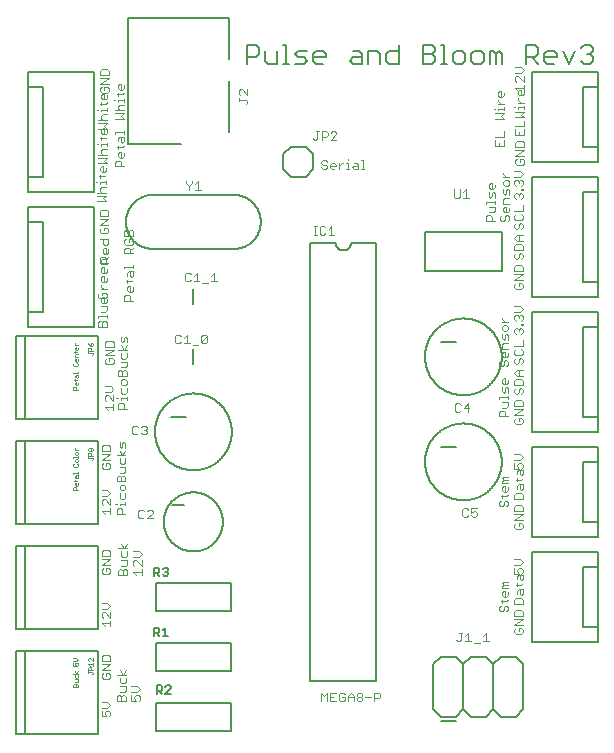
<source format=gto>
G75*
%MOIN*%
%OFA0B0*%
%FSLAX25Y25*%
%IPPOS*%
%LPD*%
%AMOC8*
5,1,8,0,0,1.08239X$1,22.5*
%
%ADD10C,0.00500*%
%ADD11C,0.00300*%
%ADD12C,0.00600*%
%ADD13C,0.00800*%
%ADD14C,0.00100*%
D10*
X0078369Y0044117D02*
X0078369Y0046819D01*
X0079720Y0046819D01*
X0080170Y0046369D01*
X0080170Y0045468D01*
X0079720Y0045018D01*
X0078369Y0045018D01*
X0079270Y0045018D02*
X0080170Y0044117D01*
X0081315Y0044117D02*
X0083117Y0045918D01*
X0083117Y0046369D01*
X0082667Y0046819D01*
X0081766Y0046819D01*
X0081315Y0046369D01*
X0081315Y0044117D02*
X0083117Y0044117D01*
X0082224Y0063417D02*
X0080422Y0063417D01*
X0081323Y0063417D02*
X0081323Y0066119D01*
X0080422Y0065218D01*
X0079277Y0064768D02*
X0078827Y0064318D01*
X0077476Y0064318D01*
X0078377Y0064318D02*
X0079277Y0063417D01*
X0079277Y0064768D02*
X0079277Y0065669D01*
X0078827Y0066119D01*
X0077476Y0066119D01*
X0077476Y0063417D01*
X0077476Y0083417D02*
X0077476Y0086119D01*
X0078827Y0086119D01*
X0079277Y0085669D01*
X0079277Y0084768D01*
X0078827Y0084318D01*
X0077476Y0084318D01*
X0078377Y0084318D02*
X0079277Y0083417D01*
X0080422Y0083867D02*
X0080873Y0083417D01*
X0081774Y0083417D01*
X0082224Y0083867D01*
X0082224Y0084318D01*
X0081774Y0084768D01*
X0081323Y0084768D01*
X0081774Y0084768D02*
X0082224Y0085218D01*
X0082224Y0085669D01*
X0081774Y0086119D01*
X0080873Y0086119D01*
X0080422Y0085669D01*
X0057619Y0166367D02*
X0035619Y0166367D01*
X0035619Y0171367D01*
X0040619Y0171367D01*
X0040619Y0201367D01*
X0035619Y0201367D01*
X0035619Y0206367D01*
X0057619Y0206367D01*
X0057619Y0166367D01*
X0035619Y0171367D02*
X0035619Y0201367D01*
X0035619Y0211367D02*
X0035619Y0216367D01*
X0040619Y0216367D01*
X0040619Y0246367D01*
X0035619Y0246367D01*
X0035619Y0251367D01*
X0057619Y0251367D01*
X0057619Y0211367D01*
X0035619Y0211367D01*
X0035619Y0216367D02*
X0035619Y0246367D01*
X0108369Y0254117D02*
X0108369Y0260222D01*
X0111422Y0260222D01*
X0112439Y0259205D01*
X0112439Y0257170D01*
X0111422Y0256152D01*
X0108369Y0256152D01*
X0114446Y0255134D02*
X0115464Y0254117D01*
X0118516Y0254117D01*
X0118516Y0258187D01*
X0120523Y0260222D02*
X0121541Y0260222D01*
X0121541Y0254117D01*
X0122558Y0254117D02*
X0120523Y0254117D01*
X0124575Y0254117D02*
X0127627Y0254117D01*
X0128645Y0255134D01*
X0127627Y0256152D01*
X0125592Y0256152D01*
X0124575Y0257170D01*
X0125592Y0258187D01*
X0128645Y0258187D01*
X0130652Y0257170D02*
X0130652Y0255134D01*
X0131669Y0254117D01*
X0133705Y0254117D01*
X0134722Y0256152D02*
X0134722Y0257170D01*
X0133705Y0258187D01*
X0131669Y0258187D01*
X0130652Y0257170D01*
X0130652Y0256152D02*
X0134722Y0256152D01*
X0142806Y0255134D02*
X0143824Y0256152D01*
X0146876Y0256152D01*
X0146876Y0257170D02*
X0146876Y0254117D01*
X0143824Y0254117D01*
X0142806Y0255134D01*
X0143824Y0258187D02*
X0145859Y0258187D01*
X0146876Y0257170D01*
X0148883Y0258187D02*
X0148883Y0254117D01*
X0148883Y0258187D02*
X0151936Y0258187D01*
X0152954Y0257170D01*
X0152954Y0254117D01*
X0154961Y0255134D02*
X0154961Y0257170D01*
X0155978Y0258187D01*
X0159031Y0258187D01*
X0159031Y0260222D02*
X0159031Y0254117D01*
X0155978Y0254117D01*
X0154961Y0255134D01*
X0167115Y0254117D02*
X0170168Y0254117D01*
X0171185Y0255134D01*
X0171185Y0256152D01*
X0170168Y0257170D01*
X0167115Y0257170D01*
X0167115Y0260222D02*
X0167115Y0254117D01*
X0170168Y0257170D02*
X0171185Y0258187D01*
X0171185Y0259205D01*
X0170168Y0260222D01*
X0167115Y0260222D01*
X0173192Y0260222D02*
X0174210Y0260222D01*
X0174210Y0254117D01*
X0175227Y0254117D02*
X0173192Y0254117D01*
X0177244Y0255134D02*
X0178261Y0254117D01*
X0180296Y0254117D01*
X0181314Y0255134D01*
X0181314Y0257170D01*
X0180296Y0258187D01*
X0178261Y0258187D01*
X0177244Y0257170D01*
X0177244Y0255134D01*
X0183321Y0255134D02*
X0184338Y0254117D01*
X0186373Y0254117D01*
X0187391Y0255134D01*
X0187391Y0257170D01*
X0186373Y0258187D01*
X0184338Y0258187D01*
X0183321Y0257170D01*
X0183321Y0255134D01*
X0189398Y0254117D02*
X0189398Y0258187D01*
X0190416Y0258187D01*
X0191433Y0257170D01*
X0192451Y0258187D01*
X0193468Y0257170D01*
X0193468Y0254117D01*
X0191433Y0254117D02*
X0191433Y0257170D01*
X0201552Y0256152D02*
X0204605Y0256152D01*
X0205623Y0257170D01*
X0205623Y0259205D01*
X0204605Y0260222D01*
X0201552Y0260222D01*
X0201552Y0254117D01*
X0203588Y0256152D02*
X0205623Y0254117D01*
X0207630Y0255134D02*
X0207630Y0257170D01*
X0208647Y0258187D01*
X0210682Y0258187D01*
X0211700Y0257170D01*
X0211700Y0256152D01*
X0207630Y0256152D01*
X0207630Y0255134D02*
X0208647Y0254117D01*
X0210682Y0254117D01*
X0215742Y0254117D02*
X0213707Y0258187D01*
X0217777Y0258187D02*
X0215742Y0254117D01*
X0219784Y0255134D02*
X0220802Y0254117D01*
X0222837Y0254117D01*
X0223854Y0255134D01*
X0223854Y0256152D01*
X0222837Y0257170D01*
X0221819Y0257170D01*
X0222837Y0257170D02*
X0223854Y0258187D01*
X0223854Y0259205D01*
X0222837Y0260222D01*
X0220802Y0260222D01*
X0219784Y0259205D01*
X0225619Y0251367D02*
X0225619Y0246367D01*
X0220619Y0246367D01*
X0220619Y0226367D01*
X0225619Y0226367D01*
X0225619Y0221367D01*
X0203619Y0221367D01*
X0203619Y0251367D01*
X0225619Y0251367D01*
X0225619Y0246367D02*
X0225619Y0226367D01*
X0225619Y0216367D02*
X0225619Y0211367D01*
X0220619Y0211367D01*
X0220619Y0181367D01*
X0225619Y0181367D01*
X0225619Y0176367D01*
X0203619Y0176367D01*
X0203619Y0216367D01*
X0225619Y0216367D01*
X0225619Y0211367D02*
X0225619Y0181367D01*
X0225619Y0171367D02*
X0225619Y0166367D01*
X0220619Y0166367D01*
X0220619Y0136367D01*
X0225619Y0136367D01*
X0225619Y0131367D01*
X0203619Y0131367D01*
X0203619Y0171367D01*
X0225619Y0171367D01*
X0225619Y0166367D02*
X0225619Y0136367D01*
X0225619Y0126367D02*
X0225619Y0121367D01*
X0220619Y0121367D01*
X0220619Y0101367D01*
X0225619Y0101367D01*
X0225619Y0096367D01*
X0203619Y0096367D01*
X0203619Y0126367D01*
X0225619Y0126367D01*
X0225619Y0121367D02*
X0225619Y0101367D01*
X0225619Y0091367D02*
X0225619Y0086367D01*
X0220619Y0086367D01*
X0220619Y0066367D01*
X0225619Y0066367D01*
X0225619Y0061367D01*
X0203619Y0061367D01*
X0203619Y0091367D01*
X0225619Y0091367D01*
X0225619Y0086367D02*
X0225619Y0066367D01*
X0114446Y0255134D02*
X0114446Y0258187D01*
D11*
X0108669Y0245505D02*
X0108669Y0243570D01*
X0106734Y0245505D01*
X0106250Y0245505D01*
X0105766Y0245022D01*
X0105766Y0244054D01*
X0106250Y0243570D01*
X0105766Y0242559D02*
X0105766Y0241591D01*
X0105766Y0242075D02*
X0108185Y0242075D01*
X0108669Y0241591D01*
X0108669Y0241108D01*
X0108185Y0240624D01*
X0130469Y0229201D02*
X0130953Y0228717D01*
X0131436Y0228717D01*
X0131920Y0229201D01*
X0131920Y0231619D01*
X0131436Y0231619D02*
X0132404Y0231619D01*
X0133415Y0231619D02*
X0134867Y0231619D01*
X0135350Y0231136D01*
X0135350Y0230168D01*
X0134867Y0229684D01*
X0133415Y0229684D01*
X0133415Y0228717D02*
X0133415Y0231619D01*
X0136362Y0231136D02*
X0136846Y0231619D01*
X0137813Y0231619D01*
X0138297Y0231136D01*
X0138297Y0230652D01*
X0136362Y0228717D01*
X0138297Y0228717D01*
X0142101Y0222403D02*
X0142101Y0221919D01*
X0142101Y0220952D02*
X0142101Y0219017D01*
X0141617Y0219017D02*
X0142585Y0219017D01*
X0143582Y0219501D02*
X0144065Y0219984D01*
X0145517Y0219984D01*
X0145517Y0220468D02*
X0145517Y0219017D01*
X0144065Y0219017D01*
X0143582Y0219501D01*
X0144065Y0220952D02*
X0145033Y0220952D01*
X0145517Y0220468D01*
X0146528Y0219017D02*
X0147496Y0219017D01*
X0147012Y0219017D02*
X0147012Y0221919D01*
X0146528Y0221919D01*
X0142101Y0220952D02*
X0141617Y0220952D01*
X0140613Y0220952D02*
X0140129Y0220952D01*
X0139162Y0219984D01*
X0139162Y0219017D02*
X0139162Y0220952D01*
X0138150Y0220468D02*
X0138150Y0219984D01*
X0136215Y0219984D01*
X0136215Y0219501D02*
X0136215Y0220468D01*
X0136699Y0220952D01*
X0137667Y0220952D01*
X0138150Y0220468D01*
X0137667Y0219017D02*
X0136699Y0219017D01*
X0136215Y0219501D01*
X0135204Y0219501D02*
X0134720Y0219017D01*
X0133753Y0219017D01*
X0133269Y0219501D01*
X0133753Y0220468D02*
X0134720Y0220468D01*
X0135204Y0219984D01*
X0135204Y0219501D01*
X0133753Y0220468D02*
X0133269Y0220952D01*
X0133269Y0221436D01*
X0133753Y0221919D01*
X0134720Y0221919D01*
X0135204Y0221436D01*
X0134184Y0200019D02*
X0133217Y0200019D01*
X0132733Y0199536D01*
X0132733Y0197601D01*
X0133217Y0197117D01*
X0134184Y0197117D01*
X0134668Y0197601D01*
X0135680Y0197117D02*
X0137615Y0197117D01*
X0136647Y0197117D02*
X0136647Y0200019D01*
X0135680Y0199052D01*
X0134668Y0199536D02*
X0134184Y0200019D01*
X0131736Y0200019D02*
X0130769Y0200019D01*
X0131253Y0200019D02*
X0131253Y0197117D01*
X0131736Y0197117D02*
X0130769Y0197117D01*
X0097576Y0184419D02*
X0097576Y0181517D01*
X0098543Y0181517D02*
X0096608Y0181517D01*
X0095597Y0181033D02*
X0093662Y0181033D01*
X0092650Y0181517D02*
X0090715Y0181517D01*
X0091683Y0181517D02*
X0091683Y0184419D01*
X0090715Y0183452D01*
X0089704Y0183936D02*
X0089220Y0184419D01*
X0088253Y0184419D01*
X0087769Y0183936D01*
X0087769Y0182001D01*
X0088253Y0181517D01*
X0089220Y0181517D01*
X0089704Y0182001D01*
X0096608Y0183452D02*
X0097576Y0184419D01*
X0094774Y0163719D02*
X0093806Y0163719D01*
X0093322Y0163236D01*
X0093322Y0161301D01*
X0095257Y0163236D01*
X0095257Y0161301D01*
X0094774Y0160817D01*
X0093806Y0160817D01*
X0093322Y0161301D01*
X0092311Y0160333D02*
X0090376Y0160333D01*
X0089364Y0160817D02*
X0087429Y0160817D01*
X0088397Y0160817D02*
X0088397Y0163719D01*
X0087429Y0162752D01*
X0086418Y0163236D02*
X0085934Y0163719D01*
X0084967Y0163719D01*
X0084483Y0163236D01*
X0084483Y0161301D01*
X0084967Y0160817D01*
X0085934Y0160817D01*
X0086418Y0161301D01*
X0094774Y0163719D02*
X0095257Y0163236D01*
X0070548Y0175139D02*
X0067645Y0175139D01*
X0067645Y0176590D01*
X0068129Y0177074D01*
X0069096Y0177074D01*
X0069580Y0176590D01*
X0069580Y0175139D01*
X0069580Y0178085D02*
X0069580Y0180020D01*
X0069096Y0180020D01*
X0068613Y0179537D01*
X0068613Y0178569D01*
X0069096Y0178085D01*
X0070064Y0178085D01*
X0070548Y0178569D01*
X0070548Y0179537D01*
X0070064Y0181516D02*
X0070548Y0181999D01*
X0070064Y0181516D02*
X0068129Y0181516D01*
X0068613Y0181999D02*
X0068613Y0181032D01*
X0070064Y0182996D02*
X0069580Y0183480D01*
X0069580Y0184931D01*
X0069096Y0184931D02*
X0070548Y0184931D01*
X0070548Y0183480D01*
X0070064Y0182996D01*
X0068613Y0183480D02*
X0068613Y0184448D01*
X0069096Y0184931D01*
X0067645Y0185943D02*
X0067645Y0186427D01*
X0070548Y0186427D01*
X0070548Y0186910D02*
X0070548Y0185943D01*
X0070548Y0190854D02*
X0067645Y0190854D01*
X0067645Y0192305D01*
X0068129Y0192789D01*
X0069096Y0192789D01*
X0069580Y0192305D01*
X0069580Y0190854D01*
X0069580Y0191821D02*
X0070548Y0192789D01*
X0070064Y0193800D02*
X0070548Y0194284D01*
X0070548Y0195251D01*
X0070064Y0195735D01*
X0069096Y0195735D01*
X0069096Y0194768D01*
X0068129Y0195735D02*
X0067645Y0195251D01*
X0067645Y0194284D01*
X0068129Y0193800D01*
X0070064Y0193800D01*
X0070548Y0196747D02*
X0067645Y0196747D01*
X0067645Y0198198D01*
X0068129Y0198682D01*
X0068613Y0198682D01*
X0069096Y0198198D01*
X0069096Y0196747D01*
X0069096Y0198198D02*
X0069580Y0198682D01*
X0070064Y0198682D01*
X0070548Y0198198D01*
X0070548Y0196747D01*
X0062319Y0195624D02*
X0062319Y0194173D01*
X0061836Y0193689D01*
X0060868Y0193689D01*
X0060384Y0194173D01*
X0060384Y0195624D01*
X0059417Y0195624D02*
X0062319Y0195624D01*
X0061796Y0197521D02*
X0062280Y0198005D01*
X0062280Y0198972D01*
X0061796Y0199456D01*
X0060829Y0199456D01*
X0060829Y0198488D01*
X0061796Y0197521D02*
X0059861Y0197521D01*
X0059377Y0198005D01*
X0059377Y0198972D01*
X0059861Y0199456D01*
X0059377Y0200467D02*
X0062280Y0202402D01*
X0059377Y0202402D01*
X0059377Y0203414D02*
X0059377Y0204865D01*
X0059861Y0205349D01*
X0061796Y0205349D01*
X0062280Y0204865D01*
X0062280Y0203414D01*
X0059377Y0203414D01*
X0059377Y0200467D02*
X0062280Y0200467D01*
X0061532Y0208190D02*
X0058629Y0208190D01*
X0058629Y0210125D02*
X0061532Y0210125D01*
X0060564Y0209158D01*
X0061532Y0208190D01*
X0061532Y0211137D02*
X0058629Y0211137D01*
X0059597Y0211620D02*
X0059597Y0212588D01*
X0060081Y0213072D01*
X0061532Y0213072D01*
X0061532Y0214083D02*
X0061532Y0215051D01*
X0061532Y0214567D02*
X0059597Y0214567D01*
X0059597Y0214083D01*
X0058629Y0214567D02*
X0058146Y0214567D01*
X0059597Y0216048D02*
X0059597Y0217015D01*
X0059113Y0216531D02*
X0061048Y0216531D01*
X0061532Y0217015D01*
X0061048Y0218012D02*
X0060081Y0218012D01*
X0059597Y0218496D01*
X0059597Y0219463D01*
X0060081Y0219947D01*
X0060564Y0219947D01*
X0060564Y0218012D01*
X0061048Y0218012D02*
X0061532Y0218496D01*
X0061532Y0219463D01*
X0061847Y0220828D02*
X0060879Y0221795D01*
X0061847Y0222763D01*
X0058944Y0222763D01*
X0058944Y0223774D02*
X0061847Y0223774D01*
X0060396Y0223774D02*
X0059912Y0224258D01*
X0059912Y0225226D01*
X0060396Y0225709D01*
X0061847Y0225709D01*
X0061847Y0226721D02*
X0061847Y0227688D01*
X0061847Y0227205D02*
X0059912Y0227205D01*
X0059912Y0226721D01*
X0058944Y0227205D02*
X0058461Y0227205D01*
X0059912Y0228685D02*
X0059912Y0229653D01*
X0059428Y0229169D02*
X0061363Y0229169D01*
X0061847Y0229653D01*
X0061363Y0230650D02*
X0060396Y0230650D01*
X0059912Y0231133D01*
X0059912Y0232101D01*
X0060396Y0232585D01*
X0060879Y0232585D01*
X0060879Y0230650D01*
X0061363Y0230650D02*
X0061847Y0231133D01*
X0061847Y0232101D01*
X0061847Y0232363D02*
X0060879Y0233331D01*
X0061847Y0234298D01*
X0058944Y0234298D01*
X0058944Y0235310D02*
X0061847Y0235310D01*
X0060396Y0235310D02*
X0059912Y0235794D01*
X0059912Y0236761D01*
X0060396Y0237245D01*
X0061847Y0237245D01*
X0061847Y0238256D02*
X0061847Y0239224D01*
X0061847Y0238740D02*
X0059912Y0238740D01*
X0059912Y0238256D01*
X0058944Y0238740D02*
X0058461Y0238740D01*
X0059912Y0240221D02*
X0059912Y0241188D01*
X0059428Y0240705D02*
X0061363Y0240705D01*
X0061847Y0241188D01*
X0061363Y0242185D02*
X0060396Y0242185D01*
X0059912Y0242669D01*
X0059912Y0243636D01*
X0060396Y0244120D01*
X0060879Y0244120D01*
X0060879Y0242185D01*
X0061363Y0242185D02*
X0061847Y0242669D01*
X0061847Y0243636D01*
X0061954Y0244450D02*
X0060019Y0244450D01*
X0059535Y0244934D01*
X0059535Y0245901D01*
X0060019Y0246385D01*
X0060986Y0246385D02*
X0060986Y0245417D01*
X0060986Y0246385D02*
X0061954Y0246385D01*
X0062437Y0245901D01*
X0062437Y0244934D01*
X0061954Y0244450D01*
X0062437Y0247397D02*
X0059535Y0247397D01*
X0062437Y0249331D01*
X0059535Y0249331D01*
X0059535Y0250343D02*
X0059535Y0251794D01*
X0060019Y0252278D01*
X0061954Y0252278D01*
X0062437Y0251794D01*
X0062437Y0250343D01*
X0059535Y0250343D01*
X0065542Y0246851D02*
X0066026Y0247335D01*
X0066509Y0247335D01*
X0066509Y0245400D01*
X0066026Y0245400D02*
X0065542Y0245884D01*
X0065542Y0246851D01*
X0066026Y0245400D02*
X0066993Y0245400D01*
X0067477Y0245884D01*
X0067477Y0246851D01*
X0067477Y0244403D02*
X0066993Y0243919D01*
X0065058Y0243919D01*
X0065542Y0243436D02*
X0065542Y0244403D01*
X0065542Y0241955D02*
X0067477Y0241955D01*
X0067477Y0241471D02*
X0067477Y0242439D01*
X0067477Y0240460D02*
X0066026Y0240460D01*
X0065542Y0239976D01*
X0065542Y0239008D01*
X0066026Y0238525D01*
X0067477Y0238525D02*
X0064574Y0238525D01*
X0064574Y0237513D02*
X0067477Y0237513D01*
X0066509Y0236546D01*
X0067477Y0235578D01*
X0064574Y0235578D01*
X0064574Y0231151D02*
X0067477Y0231151D01*
X0067477Y0230667D02*
X0067477Y0231635D01*
X0067477Y0229656D02*
X0066026Y0229656D01*
X0065542Y0229172D01*
X0065542Y0228205D01*
X0066509Y0228205D02*
X0066509Y0229656D01*
X0067477Y0229656D02*
X0067477Y0228205D01*
X0066993Y0227721D01*
X0066509Y0228205D01*
X0065542Y0226724D02*
X0065542Y0225756D01*
X0065058Y0226240D02*
X0066993Y0226240D01*
X0067477Y0226724D01*
X0066509Y0224745D02*
X0066509Y0222810D01*
X0066026Y0222810D02*
X0065542Y0223294D01*
X0065542Y0224261D01*
X0066026Y0224745D01*
X0066509Y0224745D01*
X0067477Y0224261D02*
X0067477Y0223294D01*
X0066993Y0222810D01*
X0066026Y0222810D01*
X0066026Y0221798D02*
X0066509Y0221315D01*
X0066509Y0219863D01*
X0067477Y0219863D02*
X0064574Y0219863D01*
X0064574Y0221315D01*
X0065058Y0221798D01*
X0066026Y0221798D01*
X0061847Y0220828D02*
X0058944Y0220828D01*
X0059597Y0211620D02*
X0060081Y0211137D01*
X0060868Y0192678D02*
X0061352Y0192678D01*
X0061352Y0190743D01*
X0061836Y0190743D02*
X0060868Y0190743D01*
X0060384Y0191227D01*
X0060384Y0192194D01*
X0060868Y0192678D01*
X0062319Y0192194D02*
X0062319Y0191227D01*
X0061836Y0190743D01*
X0062319Y0189731D02*
X0061352Y0188764D01*
X0061352Y0189248D02*
X0061352Y0187796D01*
X0061729Y0187162D02*
X0059794Y0187162D01*
X0059794Y0188614D01*
X0060278Y0189097D01*
X0061729Y0189097D01*
X0061352Y0189248D02*
X0060868Y0189731D01*
X0059901Y0189731D01*
X0059417Y0189248D01*
X0059417Y0187796D01*
X0062319Y0187796D01*
X0061729Y0185667D02*
X0061729Y0184700D01*
X0061245Y0184216D01*
X0060278Y0184216D01*
X0059794Y0184700D01*
X0059794Y0185667D01*
X0060278Y0186151D01*
X0060761Y0186151D01*
X0060761Y0184216D01*
X0060761Y0183204D02*
X0060761Y0181269D01*
X0060278Y0181269D02*
X0059794Y0181753D01*
X0059794Y0182720D01*
X0060278Y0183204D01*
X0060761Y0183204D01*
X0061729Y0182720D02*
X0061729Y0181753D01*
X0061245Y0181269D01*
X0060278Y0181269D01*
X0059794Y0180265D02*
X0059794Y0179781D01*
X0060761Y0178814D01*
X0059794Y0178814D02*
X0061729Y0178814D01*
X0061245Y0177802D02*
X0060278Y0177802D01*
X0060278Y0176835D01*
X0060317Y0176250D02*
X0060801Y0176250D01*
X0060801Y0174315D01*
X0061284Y0174315D02*
X0060317Y0174315D01*
X0059833Y0174799D01*
X0059833Y0175766D01*
X0060317Y0176250D01*
X0061245Y0175867D02*
X0061729Y0176351D01*
X0061729Y0177319D01*
X0061245Y0177802D01*
X0061245Y0175867D02*
X0059310Y0175867D01*
X0058826Y0176351D01*
X0058826Y0177319D01*
X0059310Y0177802D01*
X0061768Y0175766D02*
X0061768Y0174799D01*
X0061284Y0174315D01*
X0061768Y0173304D02*
X0059833Y0173304D01*
X0061768Y0173304D02*
X0061768Y0171852D01*
X0061284Y0171369D01*
X0059833Y0171369D01*
X0058866Y0169888D02*
X0061768Y0169888D01*
X0061768Y0169404D02*
X0061768Y0170372D01*
X0061284Y0168393D02*
X0061768Y0167909D01*
X0061768Y0166458D01*
X0058866Y0166458D01*
X0058866Y0167909D01*
X0059349Y0168393D01*
X0059833Y0168393D01*
X0060317Y0167909D01*
X0060317Y0166458D01*
X0060317Y0167909D02*
X0060801Y0168393D01*
X0061284Y0168393D01*
X0058866Y0169404D02*
X0058866Y0169888D01*
X0061692Y0161707D02*
X0061208Y0161223D01*
X0061208Y0159772D01*
X0064111Y0159772D01*
X0064111Y0161223D01*
X0063627Y0161707D01*
X0061692Y0161707D01*
X0061208Y0158761D02*
X0064111Y0158761D01*
X0061208Y0156826D01*
X0064111Y0156826D01*
X0063627Y0155814D02*
X0062659Y0155814D01*
X0062659Y0154847D01*
X0061692Y0155814D02*
X0061208Y0155330D01*
X0061208Y0154363D01*
X0061692Y0153879D01*
X0063627Y0153879D01*
X0064111Y0154363D01*
X0064111Y0155330D01*
X0063627Y0155814D01*
X0066428Y0156276D02*
X0066911Y0155793D01*
X0067879Y0155793D01*
X0068363Y0156276D01*
X0068363Y0157728D01*
X0068363Y0158739D02*
X0065460Y0158739D01*
X0066428Y0157728D02*
X0066428Y0156276D01*
X0066428Y0154781D02*
X0068363Y0154781D01*
X0068363Y0153330D01*
X0067879Y0152846D01*
X0066428Y0152846D01*
X0066428Y0151835D02*
X0066911Y0151351D01*
X0066911Y0149900D01*
X0066911Y0148888D02*
X0066428Y0148404D01*
X0066428Y0147437D01*
X0066911Y0146953D01*
X0067879Y0146953D01*
X0068363Y0147437D01*
X0068363Y0148404D01*
X0067879Y0148888D01*
X0066911Y0148888D01*
X0065460Y0149900D02*
X0065460Y0151351D01*
X0065944Y0151835D01*
X0066428Y0151835D01*
X0066911Y0151351D02*
X0067395Y0151835D01*
X0067879Y0151835D01*
X0068363Y0151351D01*
X0068363Y0149900D01*
X0065460Y0149900D01*
X0063025Y0146530D02*
X0061090Y0146530D01*
X0061090Y0144595D02*
X0063025Y0144595D01*
X0063993Y0145562D01*
X0063025Y0146530D01*
X0062058Y0143583D02*
X0061574Y0143583D01*
X0061090Y0143100D01*
X0061090Y0142132D01*
X0061574Y0141648D01*
X0062058Y0143583D02*
X0063993Y0141648D01*
X0063993Y0143583D01*
X0064976Y0142526D02*
X0065460Y0142526D01*
X0066428Y0142526D02*
X0068363Y0142526D01*
X0068363Y0142042D02*
X0068363Y0143010D01*
X0067879Y0144007D02*
X0068363Y0144490D01*
X0068363Y0145942D01*
X0066428Y0145942D02*
X0066428Y0144490D01*
X0066911Y0144007D01*
X0067879Y0144007D01*
X0066428Y0142526D02*
X0066428Y0142042D01*
X0065944Y0141031D02*
X0066911Y0141031D01*
X0067395Y0140547D01*
X0067395Y0139096D01*
X0068363Y0139096D02*
X0065460Y0139096D01*
X0065460Y0140547D01*
X0065944Y0141031D01*
X0063993Y0140637D02*
X0063993Y0138702D01*
X0063993Y0139669D02*
X0061090Y0139669D01*
X0062058Y0138702D01*
X0070269Y0132936D02*
X0070269Y0131001D01*
X0070753Y0130517D01*
X0071720Y0130517D01*
X0072204Y0131001D01*
X0073215Y0131001D02*
X0073699Y0130517D01*
X0074667Y0130517D01*
X0075150Y0131001D01*
X0075150Y0131484D01*
X0074667Y0131968D01*
X0074183Y0131968D01*
X0074667Y0131968D02*
X0075150Y0132452D01*
X0075150Y0132936D01*
X0074667Y0133419D01*
X0073699Y0133419D01*
X0073215Y0132936D01*
X0072204Y0132936D02*
X0071720Y0133419D01*
X0070753Y0133419D01*
X0070269Y0132936D01*
X0067485Y0128051D02*
X0067001Y0127567D01*
X0067001Y0126600D01*
X0066518Y0126116D01*
X0066034Y0126600D01*
X0066034Y0128051D01*
X0067485Y0128051D02*
X0067969Y0127567D01*
X0067969Y0126116D01*
X0067969Y0125112D02*
X0067001Y0123660D01*
X0066034Y0125112D01*
X0065066Y0123660D02*
X0067969Y0123660D01*
X0067969Y0122649D02*
X0067969Y0121198D01*
X0067485Y0120714D01*
X0066518Y0120714D01*
X0066034Y0121198D01*
X0066034Y0122649D01*
X0066034Y0119702D02*
X0067969Y0119702D01*
X0067969Y0118251D01*
X0067485Y0117767D01*
X0066034Y0117767D01*
X0066034Y0116756D02*
X0066518Y0116272D01*
X0066518Y0114821D01*
X0066518Y0113809D02*
X0066034Y0113326D01*
X0066034Y0112358D01*
X0066518Y0111874D01*
X0067485Y0111874D01*
X0067969Y0112358D01*
X0067969Y0113326D01*
X0067485Y0113809D01*
X0066518Y0113809D01*
X0067969Y0114821D02*
X0065066Y0114821D01*
X0065066Y0116272D01*
X0065550Y0116756D01*
X0066034Y0116756D01*
X0066518Y0116272D02*
X0067001Y0116756D01*
X0067485Y0116756D01*
X0067969Y0116272D01*
X0067969Y0114821D01*
X0067969Y0110863D02*
X0067969Y0109412D01*
X0067485Y0108928D01*
X0066518Y0108928D01*
X0066034Y0109412D01*
X0066034Y0110863D01*
X0062969Y0110877D02*
X0062001Y0109910D01*
X0060066Y0109910D01*
X0060550Y0108898D02*
X0060066Y0108415D01*
X0060066Y0107447D01*
X0060550Y0106963D01*
X0060550Y0108898D02*
X0061034Y0108898D01*
X0062969Y0106963D01*
X0062969Y0108898D01*
X0062969Y0110877D02*
X0062001Y0111845D01*
X0060066Y0111845D01*
X0064583Y0107447D02*
X0065066Y0107447D01*
X0066034Y0107447D02*
X0067969Y0107447D01*
X0067969Y0106963D02*
X0067969Y0107931D01*
X0066034Y0107447D02*
X0066034Y0106963D01*
X0066518Y0105952D02*
X0067001Y0105468D01*
X0067001Y0104017D01*
X0067969Y0104017D02*
X0065066Y0104017D01*
X0065066Y0105468D01*
X0065550Y0105952D01*
X0066518Y0105952D01*
X0062969Y0105952D02*
X0062969Y0104017D01*
X0062969Y0104984D02*
X0060066Y0104984D01*
X0061034Y0104017D01*
X0066608Y0093973D02*
X0067575Y0092522D01*
X0068543Y0093973D01*
X0068543Y0092522D02*
X0065640Y0092522D01*
X0066608Y0091510D02*
X0066608Y0090059D01*
X0067092Y0089575D01*
X0068059Y0089575D01*
X0068543Y0090059D01*
X0068543Y0091510D01*
X0070440Y0091510D02*
X0072375Y0091510D01*
X0073343Y0090543D01*
X0072375Y0089575D01*
X0070440Y0089575D01*
X0070924Y0088564D02*
X0070440Y0088080D01*
X0070440Y0087113D01*
X0070924Y0086629D01*
X0070924Y0088564D02*
X0071408Y0088564D01*
X0073343Y0086629D01*
X0073343Y0088564D01*
X0073343Y0085617D02*
X0073343Y0083682D01*
X0073343Y0084650D02*
X0070440Y0084650D01*
X0071408Y0083682D01*
X0068543Y0083682D02*
X0068543Y0085134D01*
X0068059Y0085617D01*
X0067575Y0085617D01*
X0067092Y0085134D01*
X0067092Y0083682D01*
X0068543Y0083682D02*
X0065640Y0083682D01*
X0065640Y0085134D01*
X0066124Y0085617D01*
X0066608Y0085617D01*
X0067092Y0085134D01*
X0066608Y0086629D02*
X0068059Y0086629D01*
X0068543Y0087113D01*
X0068543Y0088564D01*
X0066608Y0088564D01*
X0062969Y0088898D02*
X0060066Y0088898D01*
X0060066Y0089910D02*
X0060066Y0091361D01*
X0060550Y0091845D01*
X0062485Y0091845D01*
X0062969Y0091361D01*
X0062969Y0089910D01*
X0060066Y0089910D01*
X0060066Y0086963D02*
X0062969Y0088898D01*
X0062969Y0086963D02*
X0060066Y0086963D01*
X0060550Y0085952D02*
X0060066Y0085468D01*
X0060066Y0084501D01*
X0060550Y0084017D01*
X0062485Y0084017D01*
X0062969Y0084501D01*
X0062969Y0085468D01*
X0062485Y0085952D01*
X0061518Y0085952D01*
X0061518Y0084984D01*
X0062001Y0074345D02*
X0060066Y0074345D01*
X0060066Y0072410D02*
X0062001Y0072410D01*
X0062969Y0073377D01*
X0062001Y0074345D01*
X0061034Y0071398D02*
X0060550Y0071398D01*
X0060066Y0070915D01*
X0060066Y0069947D01*
X0060550Y0069463D01*
X0061034Y0071398D02*
X0062969Y0069463D01*
X0062969Y0071398D01*
X0062969Y0068452D02*
X0062969Y0066517D01*
X0062969Y0067484D02*
X0060066Y0067484D01*
X0061034Y0066517D01*
X0060550Y0056845D02*
X0060066Y0056361D01*
X0060066Y0054910D01*
X0062969Y0054910D01*
X0062969Y0056361D01*
X0062485Y0056845D01*
X0060550Y0056845D01*
X0060066Y0053898D02*
X0062969Y0053898D01*
X0060066Y0051963D01*
X0062969Y0051963D01*
X0062485Y0050952D02*
X0061518Y0050952D01*
X0061518Y0049984D01*
X0062485Y0049017D02*
X0060550Y0049017D01*
X0060066Y0049501D01*
X0060066Y0050468D01*
X0060550Y0050952D01*
X0062485Y0050952D02*
X0062969Y0050468D01*
X0062969Y0049501D01*
X0062485Y0049017D01*
X0065129Y0050475D02*
X0068031Y0050475D01*
X0067064Y0050475D02*
X0066096Y0051926D01*
X0067064Y0050475D02*
X0068031Y0051926D01*
X0068031Y0049463D02*
X0068031Y0048012D01*
X0067547Y0047528D01*
X0066580Y0047528D01*
X0066096Y0048012D01*
X0066096Y0049463D01*
X0066096Y0046517D02*
X0068031Y0046517D01*
X0068031Y0045065D01*
X0067547Y0044582D01*
X0066096Y0044582D01*
X0066096Y0043570D02*
X0066580Y0043086D01*
X0066580Y0041635D01*
X0068031Y0041635D02*
X0065129Y0041635D01*
X0065129Y0043086D01*
X0065612Y0043570D01*
X0066096Y0043570D01*
X0066580Y0043086D02*
X0067064Y0043570D01*
X0067547Y0043570D01*
X0068031Y0043086D01*
X0068031Y0041635D01*
X0069929Y0041635D02*
X0069929Y0043570D01*
X0069929Y0044582D02*
X0071864Y0044582D01*
X0072831Y0045549D01*
X0071864Y0046517D01*
X0069929Y0046517D01*
X0071380Y0043570D02*
X0072347Y0043570D01*
X0072831Y0043086D01*
X0072831Y0042119D01*
X0072347Y0041635D01*
X0071380Y0041635D02*
X0070896Y0042603D01*
X0070896Y0043086D01*
X0071380Y0043570D01*
X0071380Y0041635D02*
X0069929Y0041635D01*
X0062969Y0040431D02*
X0062001Y0041398D01*
X0060066Y0041398D01*
X0060066Y0039463D02*
X0062001Y0039463D01*
X0062969Y0040431D01*
X0062485Y0038452D02*
X0061518Y0038452D01*
X0061034Y0037968D01*
X0061034Y0037484D01*
X0061518Y0036517D01*
X0060066Y0036517D01*
X0060066Y0038452D01*
X0062485Y0038452D02*
X0062969Y0037968D01*
X0062969Y0037001D01*
X0062485Y0036517D01*
X0072753Y0102517D02*
X0073720Y0102517D01*
X0074204Y0103001D01*
X0075215Y0102517D02*
X0077150Y0104452D01*
X0077150Y0104936D01*
X0076667Y0105419D01*
X0075699Y0105419D01*
X0075215Y0104936D01*
X0074204Y0104936D02*
X0073720Y0105419D01*
X0072753Y0105419D01*
X0072269Y0104936D01*
X0072269Y0103001D01*
X0072753Y0102517D01*
X0075215Y0102517D02*
X0077150Y0102517D01*
X0062485Y0119017D02*
X0062969Y0119501D01*
X0062969Y0120468D01*
X0062485Y0120952D01*
X0061518Y0120952D01*
X0061518Y0119984D01*
X0062485Y0119017D02*
X0060550Y0119017D01*
X0060066Y0119501D01*
X0060066Y0120468D01*
X0060550Y0120952D01*
X0060066Y0121963D02*
X0062969Y0123898D01*
X0060066Y0123898D01*
X0060066Y0124910D02*
X0060066Y0126361D01*
X0060550Y0126845D01*
X0062485Y0126845D01*
X0062969Y0126361D01*
X0062969Y0124910D01*
X0060066Y0124910D01*
X0060066Y0121963D02*
X0062969Y0121963D01*
X0067395Y0158739D02*
X0066428Y0160190D01*
X0066911Y0161195D02*
X0066428Y0161678D01*
X0066428Y0163130D01*
X0067395Y0162646D02*
X0067395Y0161678D01*
X0066911Y0161195D01*
X0068363Y0161195D02*
X0068363Y0162646D01*
X0067879Y0163130D01*
X0067395Y0162646D01*
X0068363Y0160190D02*
X0067395Y0158739D01*
X0089236Y0212017D02*
X0089236Y0213468D01*
X0090204Y0214436D01*
X0090204Y0214919D01*
X0091215Y0213952D02*
X0092183Y0214919D01*
X0092183Y0212017D01*
X0093150Y0212017D02*
X0091215Y0212017D01*
X0089236Y0213468D02*
X0088269Y0214436D01*
X0088269Y0214919D01*
X0064574Y0230667D02*
X0064574Y0231151D01*
X0061847Y0232363D02*
X0058944Y0232363D01*
X0064091Y0241955D02*
X0064574Y0241955D01*
X0065542Y0241955D02*
X0065542Y0241471D01*
X0177519Y0212169D02*
X0177519Y0209751D01*
X0178003Y0209267D01*
X0178970Y0209267D01*
X0179454Y0209751D01*
X0179454Y0212169D01*
X0180465Y0211202D02*
X0181433Y0212169D01*
X0181433Y0209267D01*
X0182400Y0209267D02*
X0180465Y0209267D01*
X0188160Y0207933D02*
X0191063Y0207933D01*
X0191063Y0207449D02*
X0191063Y0208417D01*
X0191063Y0209414D02*
X0191063Y0210865D01*
X0190579Y0211349D01*
X0190095Y0210865D01*
X0190095Y0209897D01*
X0189611Y0209414D01*
X0189128Y0209897D01*
X0189128Y0211349D01*
X0189611Y0212360D02*
X0189128Y0212844D01*
X0189128Y0213811D01*
X0189611Y0214295D01*
X0190095Y0214295D01*
X0190095Y0212360D01*
X0190579Y0212360D02*
X0189611Y0212360D01*
X0190579Y0212360D02*
X0191063Y0212844D01*
X0191063Y0213811D01*
X0193928Y0213826D02*
X0194411Y0213342D01*
X0195379Y0213342D01*
X0195863Y0213826D01*
X0195863Y0214794D01*
X0195379Y0215277D01*
X0194411Y0215277D01*
X0193928Y0214794D01*
X0193928Y0213826D01*
X0193928Y0212331D02*
X0193928Y0210880D01*
X0194411Y0210396D01*
X0194895Y0210880D01*
X0194895Y0211847D01*
X0195379Y0212331D01*
X0195863Y0211847D01*
X0195863Y0210396D01*
X0195863Y0209384D02*
X0194411Y0209384D01*
X0193928Y0208901D01*
X0193928Y0207449D01*
X0195863Y0207449D01*
X0194895Y0206438D02*
X0194895Y0204503D01*
X0194411Y0204503D02*
X0193928Y0204987D01*
X0193928Y0205954D01*
X0194411Y0206438D01*
X0194895Y0206438D01*
X0195863Y0205954D02*
X0195863Y0204987D01*
X0195379Y0204503D01*
X0194411Y0204503D01*
X0194895Y0203491D02*
X0195379Y0203491D01*
X0195863Y0203008D01*
X0195863Y0202040D01*
X0195379Y0201556D01*
X0194411Y0202040D02*
X0194411Y0203008D01*
X0194895Y0203491D01*
X0193444Y0203491D02*
X0192960Y0203008D01*
X0192960Y0202040D01*
X0193444Y0201556D01*
X0193928Y0201556D01*
X0194411Y0202040D01*
X0197566Y0202447D02*
X0197566Y0203415D01*
X0198050Y0203898D01*
X0197566Y0204910D02*
X0200469Y0204910D01*
X0200469Y0206845D01*
X0199985Y0209017D02*
X0200469Y0209501D01*
X0200469Y0210468D01*
X0199985Y0210952D01*
X0199501Y0210952D01*
X0199018Y0210468D01*
X0199018Y0209984D01*
X0199018Y0210468D02*
X0198534Y0210952D01*
X0198050Y0210952D01*
X0197566Y0210468D01*
X0197566Y0209501D01*
X0198050Y0209017D01*
X0199985Y0211963D02*
X0199985Y0212447D01*
X0200469Y0212447D01*
X0200469Y0211963D01*
X0199985Y0211963D01*
X0199985Y0213437D02*
X0200469Y0213920D01*
X0200469Y0214888D01*
X0199985Y0215372D01*
X0199501Y0215372D01*
X0199018Y0214888D01*
X0199018Y0214404D01*
X0199018Y0214888D02*
X0198534Y0215372D01*
X0198050Y0215372D01*
X0197566Y0214888D01*
X0197566Y0213920D01*
X0198050Y0213437D01*
X0197566Y0216383D02*
X0199501Y0216383D01*
X0200469Y0217351D01*
X0199501Y0218318D01*
X0197566Y0218318D01*
X0198444Y0220395D02*
X0197960Y0220879D01*
X0197960Y0221846D01*
X0198444Y0222330D01*
X0199411Y0222330D02*
X0199411Y0221362D01*
X0199411Y0222330D02*
X0200379Y0222330D01*
X0200863Y0221846D01*
X0200863Y0220879D01*
X0200379Y0220395D01*
X0198444Y0220395D01*
X0197960Y0223341D02*
X0200863Y0225276D01*
X0197960Y0225276D01*
X0197960Y0226288D02*
X0197960Y0227739D01*
X0198444Y0228223D01*
X0200379Y0228223D01*
X0200863Y0227739D01*
X0200863Y0226288D01*
X0197960Y0226288D01*
X0197960Y0223341D02*
X0200863Y0223341D01*
X0195863Y0216289D02*
X0193928Y0216289D01*
X0194895Y0216289D02*
X0193928Y0217256D01*
X0193928Y0217740D01*
X0194091Y0226793D02*
X0191188Y0226793D01*
X0191188Y0228727D01*
X0191188Y0229739D02*
X0194091Y0229739D01*
X0194091Y0231674D01*
X0194091Y0228727D02*
X0194091Y0226793D01*
X0192640Y0226793D02*
X0192640Y0227760D01*
X0197842Y0230257D02*
X0200744Y0230257D01*
X0200744Y0232192D01*
X0200744Y0233204D02*
X0200744Y0235139D01*
X0200744Y0236150D02*
X0199777Y0237118D01*
X0200744Y0238085D01*
X0197842Y0238085D01*
X0198810Y0239097D02*
X0198810Y0239580D01*
X0200744Y0239580D01*
X0200744Y0239097D02*
X0200744Y0240064D01*
X0200744Y0241061D02*
X0198810Y0241061D01*
X0199777Y0241061D02*
X0198810Y0242028D01*
X0198810Y0242512D01*
X0199293Y0243516D02*
X0198810Y0244000D01*
X0198810Y0244968D01*
X0199293Y0245451D01*
X0199777Y0245451D01*
X0199777Y0243516D01*
X0200261Y0243516D02*
X0199293Y0243516D01*
X0200261Y0243516D02*
X0200744Y0244000D01*
X0200744Y0244968D01*
X0200744Y0245119D02*
X0200744Y0247054D01*
X0200744Y0246087D02*
X0197842Y0246087D01*
X0198810Y0245119D01*
X0198326Y0248066D02*
X0197842Y0248550D01*
X0197842Y0249517D01*
X0198326Y0250001D01*
X0198810Y0250001D01*
X0200744Y0248066D01*
X0200744Y0250001D01*
X0199777Y0251012D02*
X0200744Y0251980D01*
X0199777Y0252947D01*
X0197842Y0252947D01*
X0197842Y0251012D02*
X0199777Y0251012D01*
X0194091Y0244450D02*
X0194091Y0243482D01*
X0193607Y0242998D01*
X0192640Y0242998D01*
X0192156Y0243482D01*
X0192156Y0244450D01*
X0192640Y0244933D01*
X0193123Y0244933D01*
X0193123Y0242998D01*
X0192156Y0241994D02*
X0192156Y0241510D01*
X0193123Y0240543D01*
X0192156Y0240543D02*
X0194091Y0240543D01*
X0194091Y0239546D02*
X0194091Y0238579D01*
X0194091Y0239062D02*
X0192156Y0239062D01*
X0192156Y0238579D01*
X0191188Y0239062D02*
X0190705Y0239062D01*
X0191188Y0237567D02*
X0194091Y0237567D01*
X0193123Y0236600D01*
X0194091Y0235632D01*
X0191188Y0235632D01*
X0197842Y0236150D02*
X0200744Y0236150D01*
X0200744Y0233204D02*
X0197842Y0233204D01*
X0197842Y0232192D02*
X0197842Y0230257D01*
X0199293Y0230257D02*
X0199293Y0231225D01*
X0197842Y0239580D02*
X0197358Y0239580D01*
X0188160Y0207933D02*
X0188160Y0207449D01*
X0189128Y0206438D02*
X0191063Y0206438D01*
X0191063Y0204987D01*
X0190579Y0204503D01*
X0189128Y0204503D01*
X0189611Y0203491D02*
X0190095Y0203008D01*
X0190095Y0201556D01*
X0191063Y0201556D02*
X0188160Y0201556D01*
X0188160Y0203008D01*
X0188644Y0203491D01*
X0189611Y0203491D01*
X0197566Y0202447D02*
X0198050Y0201963D01*
X0199985Y0201963D01*
X0200469Y0202447D01*
X0200469Y0203415D01*
X0199985Y0203898D01*
X0199985Y0200952D02*
X0200469Y0200468D01*
X0200469Y0199501D01*
X0199985Y0199017D01*
X0199018Y0199501D02*
X0199018Y0200468D01*
X0199501Y0200952D01*
X0199985Y0200952D01*
X0199018Y0199501D02*
X0198534Y0199017D01*
X0198050Y0199017D01*
X0197566Y0199501D01*
X0197566Y0200468D01*
X0198050Y0200952D01*
X0198534Y0196845D02*
X0197566Y0195877D01*
X0198534Y0194910D01*
X0200469Y0194910D01*
X0199985Y0193898D02*
X0198050Y0193898D01*
X0197566Y0193415D01*
X0197566Y0191963D01*
X0200469Y0191963D01*
X0200469Y0193415D01*
X0199985Y0193898D01*
X0199018Y0194910D02*
X0199018Y0196845D01*
X0198534Y0196845D02*
X0200469Y0196845D01*
X0199985Y0190952D02*
X0200469Y0190468D01*
X0200469Y0189501D01*
X0199985Y0189017D01*
X0199018Y0189501D02*
X0199018Y0190468D01*
X0199501Y0190952D01*
X0199985Y0190952D01*
X0199018Y0189501D02*
X0198534Y0189017D01*
X0198050Y0189017D01*
X0197566Y0189501D01*
X0197566Y0190468D01*
X0198050Y0190952D01*
X0198050Y0186845D02*
X0197566Y0186361D01*
X0197566Y0184910D01*
X0200469Y0184910D01*
X0200469Y0186361D01*
X0199985Y0186845D01*
X0198050Y0186845D01*
X0197566Y0183898D02*
X0200469Y0183898D01*
X0197566Y0181963D01*
X0200469Y0181963D01*
X0199985Y0180952D02*
X0199018Y0180952D01*
X0199018Y0179984D01*
X0199985Y0179017D02*
X0200469Y0179501D01*
X0200469Y0180468D01*
X0199985Y0180952D01*
X0198050Y0180952D02*
X0197566Y0180468D01*
X0197566Y0179501D01*
X0198050Y0179017D01*
X0199985Y0179017D01*
X0199501Y0173318D02*
X0197566Y0173318D01*
X0197566Y0171383D02*
X0199501Y0171383D01*
X0200469Y0172351D01*
X0199501Y0173318D01*
X0199501Y0170372D02*
X0199985Y0170372D01*
X0200469Y0169888D01*
X0200469Y0168920D01*
X0199985Y0168437D01*
X0199985Y0167447D02*
X0200469Y0167447D01*
X0200469Y0166963D01*
X0199985Y0166963D01*
X0199985Y0167447D01*
X0199985Y0165952D02*
X0200469Y0165468D01*
X0200469Y0164501D01*
X0199985Y0164017D01*
X0199018Y0164984D02*
X0199018Y0165468D01*
X0199501Y0165952D01*
X0199985Y0165952D01*
X0199018Y0165468D02*
X0198534Y0165952D01*
X0198050Y0165952D01*
X0197566Y0165468D01*
X0197566Y0164501D01*
X0198050Y0164017D01*
X0195469Y0163505D02*
X0194985Y0163988D01*
X0194501Y0163505D01*
X0194501Y0162537D01*
X0194018Y0162053D01*
X0193534Y0162537D01*
X0193534Y0163988D01*
X0194018Y0165000D02*
X0194985Y0165000D01*
X0195469Y0165484D01*
X0195469Y0166451D01*
X0194985Y0166935D01*
X0194018Y0166935D01*
X0193534Y0166451D01*
X0193534Y0165484D01*
X0194018Y0165000D01*
X0195469Y0163505D02*
X0195469Y0162053D01*
X0195469Y0161042D02*
X0194018Y0161042D01*
X0193534Y0160558D01*
X0193534Y0159107D01*
X0195469Y0159107D01*
X0194501Y0158095D02*
X0194501Y0156160D01*
X0194018Y0156160D02*
X0193534Y0156644D01*
X0193534Y0157612D01*
X0194018Y0158095D01*
X0194501Y0158095D01*
X0195469Y0157612D02*
X0195469Y0156644D01*
X0194985Y0156160D01*
X0194018Y0156160D01*
X0194501Y0155149D02*
X0194985Y0155149D01*
X0195469Y0154665D01*
X0195469Y0153698D01*
X0194985Y0153214D01*
X0194018Y0153698D02*
X0194018Y0154665D01*
X0194501Y0155149D01*
X0193050Y0155149D02*
X0192566Y0154665D01*
X0192566Y0153698D01*
X0193050Y0153214D01*
X0193534Y0153214D01*
X0194018Y0153698D01*
X0197566Y0154501D02*
X0197566Y0155468D01*
X0198050Y0155952D01*
X0198050Y0156963D02*
X0199985Y0156963D01*
X0200469Y0157447D01*
X0200469Y0158415D01*
X0199985Y0158898D01*
X0200469Y0159910D02*
X0200469Y0161845D01*
X0200469Y0159910D02*
X0197566Y0159910D01*
X0198050Y0158898D02*
X0197566Y0158415D01*
X0197566Y0157447D01*
X0198050Y0156963D01*
X0199501Y0155952D02*
X0199985Y0155952D01*
X0200469Y0155468D01*
X0200469Y0154501D01*
X0199985Y0154017D01*
X0199018Y0154501D02*
X0199018Y0155468D01*
X0199501Y0155952D01*
X0199018Y0154501D02*
X0198534Y0154017D01*
X0198050Y0154017D01*
X0197566Y0154501D01*
X0198534Y0151845D02*
X0197566Y0150877D01*
X0198534Y0149910D01*
X0200469Y0149910D01*
X0199985Y0148898D02*
X0198050Y0148898D01*
X0197566Y0148415D01*
X0197566Y0146963D01*
X0200469Y0146963D01*
X0200469Y0148415D01*
X0199985Y0148898D01*
X0199018Y0149910D02*
X0199018Y0151845D01*
X0198534Y0151845D02*
X0200469Y0151845D01*
X0195469Y0148772D02*
X0195469Y0147805D01*
X0194985Y0147321D01*
X0194018Y0147321D01*
X0193534Y0147805D01*
X0193534Y0148772D01*
X0194018Y0149256D01*
X0194501Y0149256D01*
X0194501Y0147321D01*
X0194985Y0146309D02*
X0194501Y0145826D01*
X0194501Y0144858D01*
X0194018Y0144374D01*
X0193534Y0144858D01*
X0193534Y0146309D01*
X0194985Y0146309D02*
X0195469Y0145826D01*
X0195469Y0144374D01*
X0195469Y0143377D02*
X0195469Y0142410D01*
X0195469Y0142894D02*
X0192566Y0142894D01*
X0192566Y0142410D01*
X0193534Y0141398D02*
X0195469Y0141398D01*
X0195469Y0139947D01*
X0194985Y0139463D01*
X0193534Y0139463D01*
X0194018Y0138452D02*
X0194501Y0137968D01*
X0194501Y0136517D01*
X0195469Y0136517D02*
X0192566Y0136517D01*
X0192566Y0137968D01*
X0193050Y0138452D01*
X0194018Y0138452D01*
X0197566Y0138898D02*
X0200469Y0138898D01*
X0197566Y0136963D01*
X0200469Y0136963D01*
X0199985Y0135952D02*
X0199018Y0135952D01*
X0199018Y0134984D01*
X0199985Y0134017D02*
X0200469Y0134501D01*
X0200469Y0135468D01*
X0199985Y0135952D01*
X0198050Y0135952D02*
X0197566Y0135468D01*
X0197566Y0134501D01*
X0198050Y0134017D01*
X0199985Y0134017D01*
X0200469Y0139910D02*
X0197566Y0139910D01*
X0197566Y0141361D01*
X0198050Y0141845D01*
X0199985Y0141845D01*
X0200469Y0141361D01*
X0200469Y0139910D01*
X0199985Y0144017D02*
X0200469Y0144501D01*
X0200469Y0145468D01*
X0199985Y0145952D01*
X0199501Y0145952D01*
X0199018Y0145468D01*
X0199018Y0144501D01*
X0198534Y0144017D01*
X0198050Y0144017D01*
X0197566Y0144501D01*
X0197566Y0145468D01*
X0198050Y0145952D01*
X0182167Y0140919D02*
X0182167Y0138017D01*
X0182650Y0139468D02*
X0180715Y0139468D01*
X0182167Y0140919D01*
X0179704Y0140436D02*
X0179220Y0140919D01*
X0178253Y0140919D01*
X0177769Y0140436D01*
X0177769Y0138501D01*
X0178253Y0138017D01*
X0179220Y0138017D01*
X0179704Y0138501D01*
X0197566Y0123898D02*
X0199501Y0123898D01*
X0200469Y0122931D01*
X0199501Y0121963D01*
X0197566Y0121963D01*
X0197566Y0120952D02*
X0197566Y0119017D01*
X0199018Y0119017D01*
X0198534Y0119984D01*
X0198534Y0120468D01*
X0199018Y0120952D01*
X0199985Y0120952D01*
X0200469Y0120468D01*
X0200469Y0119501D01*
X0199985Y0119017D01*
X0199501Y0118809D02*
X0199501Y0117358D01*
X0199985Y0116874D01*
X0200469Y0117358D01*
X0200469Y0118809D01*
X0199018Y0118809D01*
X0198534Y0118326D01*
X0198534Y0117358D01*
X0198534Y0115877D02*
X0198534Y0114910D01*
X0198050Y0115394D02*
X0199985Y0115394D01*
X0200469Y0115877D01*
X0200469Y0113898D02*
X0200469Y0112447D01*
X0199985Y0111963D01*
X0199501Y0112447D01*
X0199501Y0113898D01*
X0199018Y0113898D02*
X0200469Y0113898D01*
X0199018Y0113898D02*
X0198534Y0113415D01*
X0198534Y0112447D01*
X0198050Y0110952D02*
X0199985Y0110952D01*
X0200469Y0110468D01*
X0200469Y0109017D01*
X0197566Y0109017D01*
X0197566Y0110468D01*
X0198050Y0110952D01*
X0195469Y0110431D02*
X0194985Y0109947D01*
X0193050Y0109947D01*
X0193534Y0109463D02*
X0193534Y0110431D01*
X0194018Y0111428D02*
X0193534Y0111912D01*
X0193534Y0112879D01*
X0194018Y0113363D01*
X0194501Y0113363D01*
X0194501Y0111428D01*
X0194018Y0111428D02*
X0194985Y0111428D01*
X0195469Y0111912D01*
X0195469Y0112879D01*
X0195469Y0114374D02*
X0193534Y0114374D01*
X0193534Y0114858D01*
X0194018Y0115342D01*
X0193534Y0115826D01*
X0194018Y0116309D01*
X0195469Y0116309D01*
X0195469Y0115342D02*
X0194018Y0115342D01*
X0194501Y0108452D02*
X0194985Y0108452D01*
X0195469Y0107968D01*
X0195469Y0107001D01*
X0194985Y0106517D01*
X0194018Y0107001D02*
X0194018Y0107968D01*
X0194501Y0108452D01*
X0193050Y0108452D02*
X0192566Y0107968D01*
X0192566Y0107001D01*
X0193050Y0106517D01*
X0193534Y0106517D01*
X0194018Y0107001D01*
X0197566Y0106361D02*
X0197566Y0104910D01*
X0200469Y0104910D01*
X0200469Y0106361D01*
X0199985Y0106845D01*
X0198050Y0106845D01*
X0197566Y0106361D01*
X0197566Y0103898D02*
X0200469Y0103898D01*
X0197566Y0101963D01*
X0200469Y0101963D01*
X0199985Y0100952D02*
X0199018Y0100952D01*
X0199018Y0099984D01*
X0199985Y0099017D02*
X0200469Y0099501D01*
X0200469Y0100468D01*
X0199985Y0100952D01*
X0198050Y0100952D02*
X0197566Y0100468D01*
X0197566Y0099501D01*
X0198050Y0099017D01*
X0199985Y0099017D01*
X0199501Y0088898D02*
X0197566Y0088898D01*
X0197566Y0086963D02*
X0199501Y0086963D01*
X0200469Y0087931D01*
X0199501Y0088898D01*
X0199018Y0085952D02*
X0199985Y0085952D01*
X0200469Y0085468D01*
X0200469Y0084501D01*
X0199985Y0084017D01*
X0199501Y0083809D02*
X0199501Y0082358D01*
X0199985Y0081874D01*
X0200469Y0082358D01*
X0200469Y0083809D01*
X0199018Y0083809D01*
X0198534Y0083326D01*
X0198534Y0082358D01*
X0198534Y0080877D02*
X0198534Y0079910D01*
X0198050Y0080394D02*
X0199985Y0080394D01*
X0200469Y0080877D01*
X0200469Y0078898D02*
X0200469Y0077447D01*
X0199985Y0076963D01*
X0199501Y0077447D01*
X0199501Y0078898D01*
X0199018Y0078898D02*
X0200469Y0078898D01*
X0199018Y0078898D02*
X0198534Y0078415D01*
X0198534Y0077447D01*
X0198050Y0075952D02*
X0199985Y0075952D01*
X0200469Y0075468D01*
X0200469Y0074017D01*
X0197566Y0074017D01*
X0197566Y0075468D01*
X0198050Y0075952D01*
X0195469Y0075431D02*
X0194985Y0074947D01*
X0193050Y0074947D01*
X0193534Y0074463D02*
X0193534Y0075431D01*
X0194018Y0076428D02*
X0193534Y0076912D01*
X0193534Y0077879D01*
X0194018Y0078363D01*
X0194501Y0078363D01*
X0194501Y0076428D01*
X0194018Y0076428D02*
X0194985Y0076428D01*
X0195469Y0076912D01*
X0195469Y0077879D01*
X0195469Y0079374D02*
X0193534Y0079374D01*
X0193534Y0079858D01*
X0194018Y0080342D01*
X0193534Y0080826D01*
X0194018Y0081309D01*
X0195469Y0081309D01*
X0195469Y0080342D02*
X0194018Y0080342D01*
X0197566Y0084017D02*
X0199018Y0084017D01*
X0198534Y0084984D01*
X0198534Y0085468D01*
X0199018Y0085952D01*
X0197566Y0085952D02*
X0197566Y0084017D01*
X0194985Y0073452D02*
X0195469Y0072968D01*
X0195469Y0072001D01*
X0194985Y0071517D01*
X0194018Y0072001D02*
X0193534Y0071517D01*
X0193050Y0071517D01*
X0192566Y0072001D01*
X0192566Y0072968D01*
X0193050Y0073452D01*
X0194018Y0072968D02*
X0194501Y0073452D01*
X0194985Y0073452D01*
X0194018Y0072968D02*
X0194018Y0072001D01*
X0197566Y0071361D02*
X0197566Y0069910D01*
X0200469Y0069910D01*
X0200469Y0071361D01*
X0199985Y0071845D01*
X0198050Y0071845D01*
X0197566Y0071361D01*
X0197566Y0068898D02*
X0200469Y0068898D01*
X0197566Y0066963D01*
X0200469Y0066963D01*
X0199985Y0065952D02*
X0199018Y0065952D01*
X0199018Y0064984D01*
X0199985Y0064017D02*
X0200469Y0064501D01*
X0200469Y0065468D01*
X0199985Y0065952D01*
X0198050Y0065952D02*
X0197566Y0065468D01*
X0197566Y0064501D01*
X0198050Y0064017D01*
X0199985Y0064017D01*
X0189043Y0061517D02*
X0187108Y0061517D01*
X0188076Y0061517D02*
X0188076Y0064419D01*
X0187108Y0063452D01*
X0186097Y0061033D02*
X0184162Y0061033D01*
X0183150Y0061517D02*
X0181215Y0061517D01*
X0182183Y0061517D02*
X0182183Y0064419D01*
X0181215Y0063452D01*
X0180204Y0064419D02*
X0179236Y0064419D01*
X0179720Y0064419D02*
X0179720Y0062001D01*
X0179236Y0061517D01*
X0178753Y0061517D01*
X0178269Y0062001D01*
X0152883Y0043936D02*
X0152883Y0042968D01*
X0152399Y0042484D01*
X0150948Y0042484D01*
X0150948Y0041517D02*
X0150948Y0044419D01*
X0152399Y0044419D01*
X0152883Y0043936D01*
X0149936Y0042968D02*
X0148001Y0042968D01*
X0146990Y0042484D02*
X0146990Y0042001D01*
X0146506Y0041517D01*
X0145539Y0041517D01*
X0145055Y0042001D01*
X0145055Y0042484D01*
X0145539Y0042968D01*
X0146506Y0042968D01*
X0146990Y0042484D01*
X0146506Y0042968D02*
X0146990Y0043452D01*
X0146990Y0043936D01*
X0146506Y0044419D01*
X0145539Y0044419D01*
X0145055Y0043936D01*
X0145055Y0043452D01*
X0145539Y0042968D01*
X0144043Y0042968D02*
X0142108Y0042968D01*
X0142108Y0043452D02*
X0143076Y0044419D01*
X0144043Y0043452D01*
X0144043Y0041517D01*
X0142108Y0041517D02*
X0142108Y0043452D01*
X0141097Y0043936D02*
X0140613Y0044419D01*
X0139646Y0044419D01*
X0139162Y0043936D01*
X0139162Y0042001D01*
X0139646Y0041517D01*
X0140613Y0041517D01*
X0141097Y0042001D01*
X0141097Y0042968D01*
X0140129Y0042968D01*
X0138150Y0041517D02*
X0136215Y0041517D01*
X0136215Y0044419D01*
X0138150Y0044419D01*
X0137183Y0042968D02*
X0136215Y0042968D01*
X0135204Y0044419D02*
X0135204Y0041517D01*
X0133269Y0041517D02*
X0133269Y0044419D01*
X0134236Y0043452D01*
X0135204Y0044419D01*
X0180753Y0103017D02*
X0181720Y0103017D01*
X0182204Y0103501D01*
X0183215Y0103501D02*
X0183699Y0103017D01*
X0184667Y0103017D01*
X0185150Y0103501D01*
X0185150Y0104468D01*
X0184667Y0104952D01*
X0184183Y0104952D01*
X0183215Y0104468D01*
X0183215Y0105919D01*
X0185150Y0105919D01*
X0182204Y0105436D02*
X0181720Y0105919D01*
X0180753Y0105919D01*
X0180269Y0105436D01*
X0180269Y0103501D01*
X0180753Y0103017D01*
X0193534Y0167946D02*
X0195469Y0167946D01*
X0194501Y0167946D02*
X0193534Y0168914D01*
X0193534Y0169398D01*
X0197566Y0168920D02*
X0197566Y0169888D01*
X0198050Y0170372D01*
X0198534Y0170372D01*
X0199018Y0169888D01*
X0199501Y0170372D01*
X0199018Y0169888D02*
X0199018Y0169404D01*
X0198050Y0168437D02*
X0197566Y0168920D01*
D12*
X0151619Y0194367D02*
X0151619Y0048367D01*
X0129619Y0048367D01*
X0129619Y0194367D01*
X0138119Y0194367D01*
X0138121Y0194269D01*
X0138127Y0194171D01*
X0138136Y0194073D01*
X0138150Y0193976D01*
X0138167Y0193879D01*
X0138188Y0193783D01*
X0138213Y0193688D01*
X0138241Y0193594D01*
X0138274Y0193502D01*
X0138309Y0193410D01*
X0138349Y0193320D01*
X0138391Y0193232D01*
X0138438Y0193145D01*
X0138487Y0193061D01*
X0138540Y0192978D01*
X0138596Y0192898D01*
X0138656Y0192819D01*
X0138718Y0192743D01*
X0138783Y0192670D01*
X0138851Y0192599D01*
X0138922Y0192531D01*
X0138995Y0192466D01*
X0139071Y0192404D01*
X0139150Y0192344D01*
X0139230Y0192288D01*
X0139313Y0192235D01*
X0139397Y0192186D01*
X0139484Y0192139D01*
X0139572Y0192097D01*
X0139662Y0192057D01*
X0139754Y0192022D01*
X0139846Y0191989D01*
X0139940Y0191961D01*
X0140035Y0191936D01*
X0140131Y0191915D01*
X0140228Y0191898D01*
X0140325Y0191884D01*
X0140423Y0191875D01*
X0140521Y0191869D01*
X0140619Y0191867D01*
X0140717Y0191869D01*
X0140815Y0191875D01*
X0140913Y0191884D01*
X0141010Y0191898D01*
X0141107Y0191915D01*
X0141203Y0191936D01*
X0141298Y0191961D01*
X0141392Y0191989D01*
X0141484Y0192022D01*
X0141576Y0192057D01*
X0141666Y0192097D01*
X0141754Y0192139D01*
X0141841Y0192186D01*
X0141925Y0192235D01*
X0142008Y0192288D01*
X0142088Y0192344D01*
X0142167Y0192404D01*
X0142243Y0192466D01*
X0142316Y0192531D01*
X0142387Y0192599D01*
X0142455Y0192670D01*
X0142520Y0192743D01*
X0142582Y0192819D01*
X0142642Y0192898D01*
X0142698Y0192978D01*
X0142751Y0193061D01*
X0142800Y0193145D01*
X0142847Y0193232D01*
X0142889Y0193320D01*
X0142929Y0193410D01*
X0142964Y0193502D01*
X0142997Y0193594D01*
X0143025Y0193688D01*
X0143050Y0193783D01*
X0143071Y0193879D01*
X0143088Y0193976D01*
X0143102Y0194073D01*
X0143111Y0194171D01*
X0143117Y0194269D01*
X0143119Y0194367D01*
X0151619Y0194367D01*
D13*
X0031446Y0058257D02*
X0031446Y0030698D01*
X0034595Y0030698D01*
X0034595Y0058257D01*
X0059005Y0058257D01*
X0059005Y0030698D01*
X0034595Y0030698D01*
X0034595Y0058257D02*
X0031446Y0058257D01*
X0031446Y0065698D02*
X0031446Y0093257D01*
X0034595Y0093257D01*
X0034595Y0065698D01*
X0031446Y0065698D01*
X0034595Y0065698D02*
X0059005Y0065698D01*
X0059005Y0093257D01*
X0034595Y0093257D01*
X0034595Y0100698D02*
X0031446Y0100698D01*
X0031446Y0128257D01*
X0034595Y0128257D01*
X0034595Y0100698D01*
X0059005Y0100698D01*
X0059005Y0128257D01*
X0034595Y0128257D01*
X0034595Y0135698D02*
X0031446Y0135698D01*
X0031446Y0163257D01*
X0034595Y0163257D01*
X0034595Y0135698D01*
X0059005Y0135698D01*
X0059005Y0163257D01*
X0034595Y0163257D01*
X0077119Y0192367D02*
X0104119Y0192367D01*
X0104338Y0192370D01*
X0104557Y0192378D01*
X0104776Y0192391D01*
X0104994Y0192410D01*
X0105212Y0192434D01*
X0105429Y0192463D01*
X0105646Y0192497D01*
X0105861Y0192537D01*
X0106076Y0192582D01*
X0106289Y0192633D01*
X0106501Y0192688D01*
X0106712Y0192749D01*
X0106921Y0192814D01*
X0107128Y0192885D01*
X0107334Y0192961D01*
X0107538Y0193042D01*
X0107740Y0193127D01*
X0107939Y0193218D01*
X0108136Y0193313D01*
X0108331Y0193414D01*
X0108524Y0193519D01*
X0108714Y0193628D01*
X0108901Y0193742D01*
X0109085Y0193861D01*
X0109266Y0193984D01*
X0109444Y0194112D01*
X0109620Y0194244D01*
X0109791Y0194380D01*
X0109960Y0194520D01*
X0110125Y0194664D01*
X0110286Y0194812D01*
X0110444Y0194964D01*
X0110598Y0195120D01*
X0110748Y0195280D01*
X0110895Y0195443D01*
X0111037Y0195610D01*
X0111175Y0195780D01*
X0111309Y0195954D01*
X0111439Y0196130D01*
X0111564Y0196310D01*
X0111685Y0196493D01*
X0111801Y0196679D01*
X0111913Y0196867D01*
X0112020Y0197058D01*
X0112123Y0197252D01*
X0112221Y0197448D01*
X0112314Y0197646D01*
X0112402Y0197847D01*
X0112485Y0198050D01*
X0112564Y0198255D01*
X0112637Y0198461D01*
X0112705Y0198669D01*
X0112768Y0198879D01*
X0112826Y0199091D01*
X0112879Y0199303D01*
X0112927Y0199517D01*
X0112969Y0199732D01*
X0113006Y0199948D01*
X0113038Y0200165D01*
X0113065Y0200383D01*
X0113086Y0200601D01*
X0113102Y0200819D01*
X0113113Y0201038D01*
X0113118Y0201257D01*
X0113118Y0201477D01*
X0113113Y0201696D01*
X0113102Y0201915D01*
X0113086Y0202133D01*
X0113065Y0202351D01*
X0113038Y0202569D01*
X0113006Y0202786D01*
X0112969Y0203002D01*
X0112927Y0203217D01*
X0112879Y0203431D01*
X0112826Y0203643D01*
X0112768Y0203855D01*
X0112705Y0204065D01*
X0112637Y0204273D01*
X0112564Y0204479D01*
X0112485Y0204684D01*
X0112402Y0204887D01*
X0112314Y0205088D01*
X0112221Y0205286D01*
X0112123Y0205482D01*
X0112020Y0205676D01*
X0111913Y0205867D01*
X0111801Y0206055D01*
X0111685Y0206241D01*
X0111564Y0206424D01*
X0111439Y0206604D01*
X0111309Y0206780D01*
X0111175Y0206954D01*
X0111037Y0207124D01*
X0110895Y0207291D01*
X0110748Y0207454D01*
X0110598Y0207614D01*
X0110444Y0207770D01*
X0110286Y0207922D01*
X0110125Y0208070D01*
X0109960Y0208214D01*
X0109791Y0208354D01*
X0109620Y0208490D01*
X0109444Y0208622D01*
X0109266Y0208750D01*
X0109085Y0208873D01*
X0108901Y0208992D01*
X0108714Y0209106D01*
X0108524Y0209215D01*
X0108331Y0209320D01*
X0108136Y0209421D01*
X0107939Y0209516D01*
X0107740Y0209607D01*
X0107538Y0209692D01*
X0107334Y0209773D01*
X0107128Y0209849D01*
X0106921Y0209920D01*
X0106712Y0209985D01*
X0106501Y0210046D01*
X0106289Y0210101D01*
X0106076Y0210152D01*
X0105861Y0210197D01*
X0105646Y0210237D01*
X0105429Y0210271D01*
X0105212Y0210300D01*
X0104994Y0210324D01*
X0104776Y0210343D01*
X0104557Y0210356D01*
X0104338Y0210364D01*
X0104119Y0210367D01*
X0077119Y0210367D01*
X0076900Y0210364D01*
X0076681Y0210356D01*
X0076462Y0210343D01*
X0076244Y0210324D01*
X0076026Y0210300D01*
X0075809Y0210271D01*
X0075592Y0210237D01*
X0075377Y0210197D01*
X0075162Y0210152D01*
X0074949Y0210101D01*
X0074737Y0210046D01*
X0074526Y0209985D01*
X0074317Y0209920D01*
X0074110Y0209849D01*
X0073904Y0209773D01*
X0073700Y0209692D01*
X0073498Y0209607D01*
X0073299Y0209516D01*
X0073102Y0209421D01*
X0072907Y0209320D01*
X0072714Y0209215D01*
X0072524Y0209106D01*
X0072337Y0208992D01*
X0072153Y0208873D01*
X0071972Y0208750D01*
X0071794Y0208622D01*
X0071618Y0208490D01*
X0071447Y0208354D01*
X0071278Y0208214D01*
X0071113Y0208070D01*
X0070952Y0207922D01*
X0070794Y0207770D01*
X0070640Y0207614D01*
X0070490Y0207454D01*
X0070343Y0207291D01*
X0070201Y0207124D01*
X0070063Y0206954D01*
X0069929Y0206780D01*
X0069799Y0206604D01*
X0069674Y0206424D01*
X0069553Y0206241D01*
X0069437Y0206055D01*
X0069325Y0205867D01*
X0069218Y0205676D01*
X0069115Y0205482D01*
X0069017Y0205286D01*
X0068924Y0205088D01*
X0068836Y0204887D01*
X0068753Y0204684D01*
X0068674Y0204479D01*
X0068601Y0204273D01*
X0068533Y0204065D01*
X0068470Y0203855D01*
X0068412Y0203643D01*
X0068359Y0203431D01*
X0068311Y0203217D01*
X0068269Y0203002D01*
X0068232Y0202786D01*
X0068200Y0202569D01*
X0068173Y0202351D01*
X0068152Y0202133D01*
X0068136Y0201915D01*
X0068125Y0201696D01*
X0068120Y0201477D01*
X0068120Y0201257D01*
X0068125Y0201038D01*
X0068136Y0200819D01*
X0068152Y0200601D01*
X0068173Y0200383D01*
X0068200Y0200165D01*
X0068232Y0199948D01*
X0068269Y0199732D01*
X0068311Y0199517D01*
X0068359Y0199303D01*
X0068412Y0199091D01*
X0068470Y0198879D01*
X0068533Y0198669D01*
X0068601Y0198461D01*
X0068674Y0198255D01*
X0068753Y0198050D01*
X0068836Y0197847D01*
X0068924Y0197646D01*
X0069017Y0197448D01*
X0069115Y0197252D01*
X0069218Y0197058D01*
X0069325Y0196867D01*
X0069437Y0196679D01*
X0069553Y0196493D01*
X0069674Y0196310D01*
X0069799Y0196130D01*
X0069929Y0195954D01*
X0070063Y0195780D01*
X0070201Y0195610D01*
X0070343Y0195443D01*
X0070490Y0195280D01*
X0070640Y0195120D01*
X0070794Y0194964D01*
X0070952Y0194812D01*
X0071113Y0194664D01*
X0071278Y0194520D01*
X0071447Y0194380D01*
X0071618Y0194244D01*
X0071794Y0194112D01*
X0071972Y0193984D01*
X0072153Y0193861D01*
X0072337Y0193742D01*
X0072524Y0193628D01*
X0072714Y0193519D01*
X0072907Y0193414D01*
X0073102Y0193313D01*
X0073299Y0193218D01*
X0073498Y0193127D01*
X0073700Y0193042D01*
X0073904Y0192961D01*
X0074110Y0192885D01*
X0074317Y0192814D01*
X0074526Y0192749D01*
X0074737Y0192688D01*
X0074949Y0192633D01*
X0075162Y0192582D01*
X0075377Y0192537D01*
X0075592Y0192497D01*
X0075809Y0192463D01*
X0076026Y0192434D01*
X0076244Y0192410D01*
X0076462Y0192391D01*
X0076681Y0192378D01*
X0076900Y0192370D01*
X0077119Y0192367D01*
X0090619Y0178867D02*
X0090619Y0173867D01*
X0090619Y0158867D02*
X0090619Y0153867D01*
X0088119Y0136367D02*
X0083119Y0136367D01*
X0077824Y0131367D02*
X0077828Y0131681D01*
X0077839Y0131995D01*
X0077859Y0132308D01*
X0077886Y0132621D01*
X0077920Y0132933D01*
X0077962Y0133244D01*
X0078012Y0133554D01*
X0078070Y0133863D01*
X0078135Y0134170D01*
X0078207Y0134476D01*
X0078287Y0134780D01*
X0078375Y0135081D01*
X0078470Y0135381D01*
X0078572Y0135678D01*
X0078681Y0135972D01*
X0078798Y0136263D01*
X0078922Y0136552D01*
X0079052Y0136838D01*
X0079190Y0137120D01*
X0079335Y0137399D01*
X0079486Y0137674D01*
X0079644Y0137945D01*
X0079809Y0138212D01*
X0079980Y0138476D01*
X0080158Y0138734D01*
X0080342Y0138989D01*
X0080532Y0139239D01*
X0080728Y0139484D01*
X0080931Y0139724D01*
X0081139Y0139960D01*
X0081352Y0140190D01*
X0081572Y0140414D01*
X0081796Y0140634D01*
X0082026Y0140847D01*
X0082262Y0141055D01*
X0082502Y0141258D01*
X0082747Y0141454D01*
X0082997Y0141644D01*
X0083252Y0141828D01*
X0083510Y0142006D01*
X0083774Y0142177D01*
X0084041Y0142342D01*
X0084312Y0142500D01*
X0084587Y0142651D01*
X0084866Y0142796D01*
X0085148Y0142934D01*
X0085434Y0143064D01*
X0085723Y0143188D01*
X0086014Y0143305D01*
X0086308Y0143414D01*
X0086605Y0143516D01*
X0086905Y0143611D01*
X0087206Y0143699D01*
X0087510Y0143779D01*
X0087816Y0143851D01*
X0088123Y0143916D01*
X0088432Y0143974D01*
X0088742Y0144024D01*
X0089053Y0144066D01*
X0089365Y0144100D01*
X0089678Y0144127D01*
X0089991Y0144147D01*
X0090305Y0144158D01*
X0090619Y0144162D01*
X0090933Y0144158D01*
X0091247Y0144147D01*
X0091560Y0144127D01*
X0091873Y0144100D01*
X0092185Y0144066D01*
X0092496Y0144024D01*
X0092806Y0143974D01*
X0093115Y0143916D01*
X0093422Y0143851D01*
X0093728Y0143779D01*
X0094032Y0143699D01*
X0094333Y0143611D01*
X0094633Y0143516D01*
X0094930Y0143414D01*
X0095224Y0143305D01*
X0095515Y0143188D01*
X0095804Y0143064D01*
X0096090Y0142934D01*
X0096372Y0142796D01*
X0096651Y0142651D01*
X0096926Y0142500D01*
X0097197Y0142342D01*
X0097464Y0142177D01*
X0097728Y0142006D01*
X0097986Y0141828D01*
X0098241Y0141644D01*
X0098491Y0141454D01*
X0098736Y0141258D01*
X0098976Y0141055D01*
X0099212Y0140847D01*
X0099442Y0140634D01*
X0099666Y0140414D01*
X0099886Y0140190D01*
X0100099Y0139960D01*
X0100307Y0139724D01*
X0100510Y0139484D01*
X0100706Y0139239D01*
X0100896Y0138989D01*
X0101080Y0138734D01*
X0101258Y0138476D01*
X0101429Y0138212D01*
X0101594Y0137945D01*
X0101752Y0137674D01*
X0101903Y0137399D01*
X0102048Y0137120D01*
X0102186Y0136838D01*
X0102316Y0136552D01*
X0102440Y0136263D01*
X0102557Y0135972D01*
X0102666Y0135678D01*
X0102768Y0135381D01*
X0102863Y0135081D01*
X0102951Y0134780D01*
X0103031Y0134476D01*
X0103103Y0134170D01*
X0103168Y0133863D01*
X0103226Y0133554D01*
X0103276Y0133244D01*
X0103318Y0132933D01*
X0103352Y0132621D01*
X0103379Y0132308D01*
X0103399Y0131995D01*
X0103410Y0131681D01*
X0103414Y0131367D01*
X0103410Y0131053D01*
X0103399Y0130739D01*
X0103379Y0130426D01*
X0103352Y0130113D01*
X0103318Y0129801D01*
X0103276Y0129490D01*
X0103226Y0129180D01*
X0103168Y0128871D01*
X0103103Y0128564D01*
X0103031Y0128258D01*
X0102951Y0127954D01*
X0102863Y0127653D01*
X0102768Y0127353D01*
X0102666Y0127056D01*
X0102557Y0126762D01*
X0102440Y0126471D01*
X0102316Y0126182D01*
X0102186Y0125896D01*
X0102048Y0125614D01*
X0101903Y0125335D01*
X0101752Y0125060D01*
X0101594Y0124789D01*
X0101429Y0124522D01*
X0101258Y0124258D01*
X0101080Y0124000D01*
X0100896Y0123745D01*
X0100706Y0123495D01*
X0100510Y0123250D01*
X0100307Y0123010D01*
X0100099Y0122774D01*
X0099886Y0122544D01*
X0099666Y0122320D01*
X0099442Y0122100D01*
X0099212Y0121887D01*
X0098976Y0121679D01*
X0098736Y0121476D01*
X0098491Y0121280D01*
X0098241Y0121090D01*
X0097986Y0120906D01*
X0097728Y0120728D01*
X0097464Y0120557D01*
X0097197Y0120392D01*
X0096926Y0120234D01*
X0096651Y0120083D01*
X0096372Y0119938D01*
X0096090Y0119800D01*
X0095804Y0119670D01*
X0095515Y0119546D01*
X0095224Y0119429D01*
X0094930Y0119320D01*
X0094633Y0119218D01*
X0094333Y0119123D01*
X0094032Y0119035D01*
X0093728Y0118955D01*
X0093422Y0118883D01*
X0093115Y0118818D01*
X0092806Y0118760D01*
X0092496Y0118710D01*
X0092185Y0118668D01*
X0091873Y0118634D01*
X0091560Y0118607D01*
X0091247Y0118587D01*
X0090933Y0118576D01*
X0090619Y0118572D01*
X0090305Y0118576D01*
X0089991Y0118587D01*
X0089678Y0118607D01*
X0089365Y0118634D01*
X0089053Y0118668D01*
X0088742Y0118710D01*
X0088432Y0118760D01*
X0088123Y0118818D01*
X0087816Y0118883D01*
X0087510Y0118955D01*
X0087206Y0119035D01*
X0086905Y0119123D01*
X0086605Y0119218D01*
X0086308Y0119320D01*
X0086014Y0119429D01*
X0085723Y0119546D01*
X0085434Y0119670D01*
X0085148Y0119800D01*
X0084866Y0119938D01*
X0084587Y0120083D01*
X0084312Y0120234D01*
X0084041Y0120392D01*
X0083774Y0120557D01*
X0083510Y0120728D01*
X0083252Y0120906D01*
X0082997Y0121090D01*
X0082747Y0121280D01*
X0082502Y0121476D01*
X0082262Y0121679D01*
X0082026Y0121887D01*
X0081796Y0122100D01*
X0081572Y0122320D01*
X0081352Y0122544D01*
X0081139Y0122774D01*
X0080931Y0123010D01*
X0080728Y0123250D01*
X0080532Y0123495D01*
X0080342Y0123745D01*
X0080158Y0124000D01*
X0079980Y0124258D01*
X0079809Y0124522D01*
X0079644Y0124789D01*
X0079486Y0125060D01*
X0079335Y0125335D01*
X0079190Y0125614D01*
X0079052Y0125896D01*
X0078922Y0126182D01*
X0078798Y0126471D01*
X0078681Y0126762D01*
X0078572Y0127056D01*
X0078470Y0127353D01*
X0078375Y0127653D01*
X0078287Y0127954D01*
X0078207Y0128258D01*
X0078135Y0128564D01*
X0078070Y0128871D01*
X0078012Y0129180D01*
X0077962Y0129490D01*
X0077920Y0129801D01*
X0077886Y0130113D01*
X0077859Y0130426D01*
X0077839Y0130739D01*
X0077828Y0131053D01*
X0077824Y0131367D01*
X0083619Y0106867D02*
X0087619Y0106867D01*
X0080776Y0101367D02*
X0080779Y0101609D01*
X0080788Y0101850D01*
X0080803Y0102091D01*
X0080823Y0102332D01*
X0080850Y0102572D01*
X0080883Y0102811D01*
X0080921Y0103050D01*
X0080965Y0103287D01*
X0081015Y0103524D01*
X0081071Y0103759D01*
X0081133Y0103992D01*
X0081200Y0104224D01*
X0081273Y0104455D01*
X0081351Y0104683D01*
X0081436Y0104909D01*
X0081525Y0105134D01*
X0081620Y0105356D01*
X0081721Y0105575D01*
X0081827Y0105793D01*
X0081938Y0106007D01*
X0082055Y0106219D01*
X0082176Y0106427D01*
X0082303Y0106633D01*
X0082435Y0106835D01*
X0082572Y0107035D01*
X0082713Y0107230D01*
X0082859Y0107423D01*
X0083010Y0107611D01*
X0083166Y0107796D01*
X0083326Y0107977D01*
X0083490Y0108154D01*
X0083659Y0108327D01*
X0083832Y0108496D01*
X0084009Y0108660D01*
X0084190Y0108820D01*
X0084375Y0108976D01*
X0084563Y0109127D01*
X0084756Y0109273D01*
X0084951Y0109414D01*
X0085151Y0109551D01*
X0085353Y0109683D01*
X0085559Y0109810D01*
X0085767Y0109931D01*
X0085979Y0110048D01*
X0086193Y0110159D01*
X0086411Y0110265D01*
X0086630Y0110366D01*
X0086852Y0110461D01*
X0087077Y0110550D01*
X0087303Y0110635D01*
X0087531Y0110713D01*
X0087762Y0110786D01*
X0087994Y0110853D01*
X0088227Y0110915D01*
X0088462Y0110971D01*
X0088699Y0111021D01*
X0088936Y0111065D01*
X0089175Y0111103D01*
X0089414Y0111136D01*
X0089654Y0111163D01*
X0089895Y0111183D01*
X0090136Y0111198D01*
X0090377Y0111207D01*
X0090619Y0111210D01*
X0090861Y0111207D01*
X0091102Y0111198D01*
X0091343Y0111183D01*
X0091584Y0111163D01*
X0091824Y0111136D01*
X0092063Y0111103D01*
X0092302Y0111065D01*
X0092539Y0111021D01*
X0092776Y0110971D01*
X0093011Y0110915D01*
X0093244Y0110853D01*
X0093476Y0110786D01*
X0093707Y0110713D01*
X0093935Y0110635D01*
X0094161Y0110550D01*
X0094386Y0110461D01*
X0094608Y0110366D01*
X0094827Y0110265D01*
X0095045Y0110159D01*
X0095259Y0110048D01*
X0095471Y0109931D01*
X0095679Y0109810D01*
X0095885Y0109683D01*
X0096087Y0109551D01*
X0096287Y0109414D01*
X0096482Y0109273D01*
X0096675Y0109127D01*
X0096863Y0108976D01*
X0097048Y0108820D01*
X0097229Y0108660D01*
X0097406Y0108496D01*
X0097579Y0108327D01*
X0097748Y0108154D01*
X0097912Y0107977D01*
X0098072Y0107796D01*
X0098228Y0107611D01*
X0098379Y0107423D01*
X0098525Y0107230D01*
X0098666Y0107035D01*
X0098803Y0106835D01*
X0098935Y0106633D01*
X0099062Y0106427D01*
X0099183Y0106219D01*
X0099300Y0106007D01*
X0099411Y0105793D01*
X0099517Y0105575D01*
X0099618Y0105356D01*
X0099713Y0105134D01*
X0099802Y0104909D01*
X0099887Y0104683D01*
X0099965Y0104455D01*
X0100038Y0104224D01*
X0100105Y0103992D01*
X0100167Y0103759D01*
X0100223Y0103524D01*
X0100273Y0103287D01*
X0100317Y0103050D01*
X0100355Y0102811D01*
X0100388Y0102572D01*
X0100415Y0102332D01*
X0100435Y0102091D01*
X0100450Y0101850D01*
X0100459Y0101609D01*
X0100462Y0101367D01*
X0100459Y0101125D01*
X0100450Y0100884D01*
X0100435Y0100643D01*
X0100415Y0100402D01*
X0100388Y0100162D01*
X0100355Y0099923D01*
X0100317Y0099684D01*
X0100273Y0099447D01*
X0100223Y0099210D01*
X0100167Y0098975D01*
X0100105Y0098742D01*
X0100038Y0098510D01*
X0099965Y0098279D01*
X0099887Y0098051D01*
X0099802Y0097825D01*
X0099713Y0097600D01*
X0099618Y0097378D01*
X0099517Y0097159D01*
X0099411Y0096941D01*
X0099300Y0096727D01*
X0099183Y0096515D01*
X0099062Y0096307D01*
X0098935Y0096101D01*
X0098803Y0095899D01*
X0098666Y0095699D01*
X0098525Y0095504D01*
X0098379Y0095311D01*
X0098228Y0095123D01*
X0098072Y0094938D01*
X0097912Y0094757D01*
X0097748Y0094580D01*
X0097579Y0094407D01*
X0097406Y0094238D01*
X0097229Y0094074D01*
X0097048Y0093914D01*
X0096863Y0093758D01*
X0096675Y0093607D01*
X0096482Y0093461D01*
X0096287Y0093320D01*
X0096087Y0093183D01*
X0095885Y0093051D01*
X0095679Y0092924D01*
X0095471Y0092803D01*
X0095259Y0092686D01*
X0095045Y0092575D01*
X0094827Y0092469D01*
X0094608Y0092368D01*
X0094386Y0092273D01*
X0094161Y0092184D01*
X0093935Y0092099D01*
X0093707Y0092021D01*
X0093476Y0091948D01*
X0093244Y0091881D01*
X0093011Y0091819D01*
X0092776Y0091763D01*
X0092539Y0091713D01*
X0092302Y0091669D01*
X0092063Y0091631D01*
X0091824Y0091598D01*
X0091584Y0091571D01*
X0091343Y0091551D01*
X0091102Y0091536D01*
X0090861Y0091527D01*
X0090619Y0091524D01*
X0090377Y0091527D01*
X0090136Y0091536D01*
X0089895Y0091551D01*
X0089654Y0091571D01*
X0089414Y0091598D01*
X0089175Y0091631D01*
X0088936Y0091669D01*
X0088699Y0091713D01*
X0088462Y0091763D01*
X0088227Y0091819D01*
X0087994Y0091881D01*
X0087762Y0091948D01*
X0087531Y0092021D01*
X0087303Y0092099D01*
X0087077Y0092184D01*
X0086852Y0092273D01*
X0086630Y0092368D01*
X0086411Y0092469D01*
X0086193Y0092575D01*
X0085979Y0092686D01*
X0085767Y0092803D01*
X0085559Y0092924D01*
X0085353Y0093051D01*
X0085151Y0093183D01*
X0084951Y0093320D01*
X0084756Y0093461D01*
X0084563Y0093607D01*
X0084375Y0093758D01*
X0084190Y0093914D01*
X0084009Y0094074D01*
X0083832Y0094238D01*
X0083659Y0094407D01*
X0083490Y0094580D01*
X0083326Y0094757D01*
X0083166Y0094938D01*
X0083010Y0095123D01*
X0082859Y0095311D01*
X0082713Y0095504D01*
X0082572Y0095699D01*
X0082435Y0095899D01*
X0082303Y0096101D01*
X0082176Y0096307D01*
X0082055Y0096515D01*
X0081938Y0096727D01*
X0081827Y0096941D01*
X0081721Y0097159D01*
X0081620Y0097378D01*
X0081525Y0097600D01*
X0081436Y0097825D01*
X0081351Y0098051D01*
X0081273Y0098279D01*
X0081200Y0098510D01*
X0081133Y0098742D01*
X0081071Y0098975D01*
X0081015Y0099210D01*
X0080965Y0099447D01*
X0080921Y0099684D01*
X0080883Y0099923D01*
X0080850Y0100162D01*
X0080823Y0100402D01*
X0080803Y0100643D01*
X0080788Y0100884D01*
X0080779Y0101125D01*
X0080776Y0101367D01*
X0078217Y0081091D02*
X0103020Y0081091D01*
X0103020Y0071643D01*
X0078217Y0071643D01*
X0078217Y0081091D01*
X0078217Y0061091D02*
X0103020Y0061091D01*
X0103020Y0051643D01*
X0078217Y0051643D01*
X0078217Y0061091D01*
X0078217Y0041091D02*
X0103020Y0041091D01*
X0103020Y0031643D01*
X0078217Y0031643D01*
X0078217Y0041091D01*
X0170619Y0038867D02*
X0170619Y0053867D01*
X0173119Y0056367D01*
X0178119Y0056367D01*
X0180619Y0053867D01*
X0180619Y0038867D01*
X0183119Y0036367D01*
X0188119Y0036367D01*
X0190619Y0038867D01*
X0190619Y0053867D01*
X0193119Y0056367D01*
X0198119Y0056367D01*
X0200619Y0053867D01*
X0200619Y0038867D01*
X0198119Y0036367D01*
X0193119Y0036367D01*
X0190619Y0038867D01*
X0180619Y0038867D02*
X0178119Y0036367D01*
X0173119Y0036367D01*
X0170619Y0038867D01*
X0173119Y0035048D02*
X0178119Y0035048D01*
X0180619Y0053867D02*
X0183119Y0056367D01*
X0188119Y0056367D01*
X0190619Y0053867D01*
X0167824Y0121367D02*
X0167828Y0121681D01*
X0167839Y0121995D01*
X0167859Y0122308D01*
X0167886Y0122621D01*
X0167920Y0122933D01*
X0167962Y0123244D01*
X0168012Y0123554D01*
X0168070Y0123863D01*
X0168135Y0124170D01*
X0168207Y0124476D01*
X0168287Y0124780D01*
X0168375Y0125081D01*
X0168470Y0125381D01*
X0168572Y0125678D01*
X0168681Y0125972D01*
X0168798Y0126263D01*
X0168922Y0126552D01*
X0169052Y0126838D01*
X0169190Y0127120D01*
X0169335Y0127399D01*
X0169486Y0127674D01*
X0169644Y0127945D01*
X0169809Y0128212D01*
X0169980Y0128476D01*
X0170158Y0128734D01*
X0170342Y0128989D01*
X0170532Y0129239D01*
X0170728Y0129484D01*
X0170931Y0129724D01*
X0171139Y0129960D01*
X0171352Y0130190D01*
X0171572Y0130414D01*
X0171796Y0130634D01*
X0172026Y0130847D01*
X0172262Y0131055D01*
X0172502Y0131258D01*
X0172747Y0131454D01*
X0172997Y0131644D01*
X0173252Y0131828D01*
X0173510Y0132006D01*
X0173774Y0132177D01*
X0174041Y0132342D01*
X0174312Y0132500D01*
X0174587Y0132651D01*
X0174866Y0132796D01*
X0175148Y0132934D01*
X0175434Y0133064D01*
X0175723Y0133188D01*
X0176014Y0133305D01*
X0176308Y0133414D01*
X0176605Y0133516D01*
X0176905Y0133611D01*
X0177206Y0133699D01*
X0177510Y0133779D01*
X0177816Y0133851D01*
X0178123Y0133916D01*
X0178432Y0133974D01*
X0178742Y0134024D01*
X0179053Y0134066D01*
X0179365Y0134100D01*
X0179678Y0134127D01*
X0179991Y0134147D01*
X0180305Y0134158D01*
X0180619Y0134162D01*
X0180933Y0134158D01*
X0181247Y0134147D01*
X0181560Y0134127D01*
X0181873Y0134100D01*
X0182185Y0134066D01*
X0182496Y0134024D01*
X0182806Y0133974D01*
X0183115Y0133916D01*
X0183422Y0133851D01*
X0183728Y0133779D01*
X0184032Y0133699D01*
X0184333Y0133611D01*
X0184633Y0133516D01*
X0184930Y0133414D01*
X0185224Y0133305D01*
X0185515Y0133188D01*
X0185804Y0133064D01*
X0186090Y0132934D01*
X0186372Y0132796D01*
X0186651Y0132651D01*
X0186926Y0132500D01*
X0187197Y0132342D01*
X0187464Y0132177D01*
X0187728Y0132006D01*
X0187986Y0131828D01*
X0188241Y0131644D01*
X0188491Y0131454D01*
X0188736Y0131258D01*
X0188976Y0131055D01*
X0189212Y0130847D01*
X0189442Y0130634D01*
X0189666Y0130414D01*
X0189886Y0130190D01*
X0190099Y0129960D01*
X0190307Y0129724D01*
X0190510Y0129484D01*
X0190706Y0129239D01*
X0190896Y0128989D01*
X0191080Y0128734D01*
X0191258Y0128476D01*
X0191429Y0128212D01*
X0191594Y0127945D01*
X0191752Y0127674D01*
X0191903Y0127399D01*
X0192048Y0127120D01*
X0192186Y0126838D01*
X0192316Y0126552D01*
X0192440Y0126263D01*
X0192557Y0125972D01*
X0192666Y0125678D01*
X0192768Y0125381D01*
X0192863Y0125081D01*
X0192951Y0124780D01*
X0193031Y0124476D01*
X0193103Y0124170D01*
X0193168Y0123863D01*
X0193226Y0123554D01*
X0193276Y0123244D01*
X0193318Y0122933D01*
X0193352Y0122621D01*
X0193379Y0122308D01*
X0193399Y0121995D01*
X0193410Y0121681D01*
X0193414Y0121367D01*
X0193410Y0121053D01*
X0193399Y0120739D01*
X0193379Y0120426D01*
X0193352Y0120113D01*
X0193318Y0119801D01*
X0193276Y0119490D01*
X0193226Y0119180D01*
X0193168Y0118871D01*
X0193103Y0118564D01*
X0193031Y0118258D01*
X0192951Y0117954D01*
X0192863Y0117653D01*
X0192768Y0117353D01*
X0192666Y0117056D01*
X0192557Y0116762D01*
X0192440Y0116471D01*
X0192316Y0116182D01*
X0192186Y0115896D01*
X0192048Y0115614D01*
X0191903Y0115335D01*
X0191752Y0115060D01*
X0191594Y0114789D01*
X0191429Y0114522D01*
X0191258Y0114258D01*
X0191080Y0114000D01*
X0190896Y0113745D01*
X0190706Y0113495D01*
X0190510Y0113250D01*
X0190307Y0113010D01*
X0190099Y0112774D01*
X0189886Y0112544D01*
X0189666Y0112320D01*
X0189442Y0112100D01*
X0189212Y0111887D01*
X0188976Y0111679D01*
X0188736Y0111476D01*
X0188491Y0111280D01*
X0188241Y0111090D01*
X0187986Y0110906D01*
X0187728Y0110728D01*
X0187464Y0110557D01*
X0187197Y0110392D01*
X0186926Y0110234D01*
X0186651Y0110083D01*
X0186372Y0109938D01*
X0186090Y0109800D01*
X0185804Y0109670D01*
X0185515Y0109546D01*
X0185224Y0109429D01*
X0184930Y0109320D01*
X0184633Y0109218D01*
X0184333Y0109123D01*
X0184032Y0109035D01*
X0183728Y0108955D01*
X0183422Y0108883D01*
X0183115Y0108818D01*
X0182806Y0108760D01*
X0182496Y0108710D01*
X0182185Y0108668D01*
X0181873Y0108634D01*
X0181560Y0108607D01*
X0181247Y0108587D01*
X0180933Y0108576D01*
X0180619Y0108572D01*
X0180305Y0108576D01*
X0179991Y0108587D01*
X0179678Y0108607D01*
X0179365Y0108634D01*
X0179053Y0108668D01*
X0178742Y0108710D01*
X0178432Y0108760D01*
X0178123Y0108818D01*
X0177816Y0108883D01*
X0177510Y0108955D01*
X0177206Y0109035D01*
X0176905Y0109123D01*
X0176605Y0109218D01*
X0176308Y0109320D01*
X0176014Y0109429D01*
X0175723Y0109546D01*
X0175434Y0109670D01*
X0175148Y0109800D01*
X0174866Y0109938D01*
X0174587Y0110083D01*
X0174312Y0110234D01*
X0174041Y0110392D01*
X0173774Y0110557D01*
X0173510Y0110728D01*
X0173252Y0110906D01*
X0172997Y0111090D01*
X0172747Y0111280D01*
X0172502Y0111476D01*
X0172262Y0111679D01*
X0172026Y0111887D01*
X0171796Y0112100D01*
X0171572Y0112320D01*
X0171352Y0112544D01*
X0171139Y0112774D01*
X0170931Y0113010D01*
X0170728Y0113250D01*
X0170532Y0113495D01*
X0170342Y0113745D01*
X0170158Y0114000D01*
X0169980Y0114258D01*
X0169809Y0114522D01*
X0169644Y0114789D01*
X0169486Y0115060D01*
X0169335Y0115335D01*
X0169190Y0115614D01*
X0169052Y0115896D01*
X0168922Y0116182D01*
X0168798Y0116471D01*
X0168681Y0116762D01*
X0168572Y0117056D01*
X0168470Y0117353D01*
X0168375Y0117653D01*
X0168287Y0117954D01*
X0168207Y0118258D01*
X0168135Y0118564D01*
X0168070Y0118871D01*
X0168012Y0119180D01*
X0167962Y0119490D01*
X0167920Y0119801D01*
X0167886Y0120113D01*
X0167859Y0120426D01*
X0167839Y0120739D01*
X0167828Y0121053D01*
X0167824Y0121367D01*
X0173119Y0126367D02*
X0178119Y0126367D01*
X0167824Y0156367D02*
X0167828Y0156681D01*
X0167839Y0156995D01*
X0167859Y0157308D01*
X0167886Y0157621D01*
X0167920Y0157933D01*
X0167962Y0158244D01*
X0168012Y0158554D01*
X0168070Y0158863D01*
X0168135Y0159170D01*
X0168207Y0159476D01*
X0168287Y0159780D01*
X0168375Y0160081D01*
X0168470Y0160381D01*
X0168572Y0160678D01*
X0168681Y0160972D01*
X0168798Y0161263D01*
X0168922Y0161552D01*
X0169052Y0161838D01*
X0169190Y0162120D01*
X0169335Y0162399D01*
X0169486Y0162674D01*
X0169644Y0162945D01*
X0169809Y0163212D01*
X0169980Y0163476D01*
X0170158Y0163734D01*
X0170342Y0163989D01*
X0170532Y0164239D01*
X0170728Y0164484D01*
X0170931Y0164724D01*
X0171139Y0164960D01*
X0171352Y0165190D01*
X0171572Y0165414D01*
X0171796Y0165634D01*
X0172026Y0165847D01*
X0172262Y0166055D01*
X0172502Y0166258D01*
X0172747Y0166454D01*
X0172997Y0166644D01*
X0173252Y0166828D01*
X0173510Y0167006D01*
X0173774Y0167177D01*
X0174041Y0167342D01*
X0174312Y0167500D01*
X0174587Y0167651D01*
X0174866Y0167796D01*
X0175148Y0167934D01*
X0175434Y0168064D01*
X0175723Y0168188D01*
X0176014Y0168305D01*
X0176308Y0168414D01*
X0176605Y0168516D01*
X0176905Y0168611D01*
X0177206Y0168699D01*
X0177510Y0168779D01*
X0177816Y0168851D01*
X0178123Y0168916D01*
X0178432Y0168974D01*
X0178742Y0169024D01*
X0179053Y0169066D01*
X0179365Y0169100D01*
X0179678Y0169127D01*
X0179991Y0169147D01*
X0180305Y0169158D01*
X0180619Y0169162D01*
X0180933Y0169158D01*
X0181247Y0169147D01*
X0181560Y0169127D01*
X0181873Y0169100D01*
X0182185Y0169066D01*
X0182496Y0169024D01*
X0182806Y0168974D01*
X0183115Y0168916D01*
X0183422Y0168851D01*
X0183728Y0168779D01*
X0184032Y0168699D01*
X0184333Y0168611D01*
X0184633Y0168516D01*
X0184930Y0168414D01*
X0185224Y0168305D01*
X0185515Y0168188D01*
X0185804Y0168064D01*
X0186090Y0167934D01*
X0186372Y0167796D01*
X0186651Y0167651D01*
X0186926Y0167500D01*
X0187197Y0167342D01*
X0187464Y0167177D01*
X0187728Y0167006D01*
X0187986Y0166828D01*
X0188241Y0166644D01*
X0188491Y0166454D01*
X0188736Y0166258D01*
X0188976Y0166055D01*
X0189212Y0165847D01*
X0189442Y0165634D01*
X0189666Y0165414D01*
X0189886Y0165190D01*
X0190099Y0164960D01*
X0190307Y0164724D01*
X0190510Y0164484D01*
X0190706Y0164239D01*
X0190896Y0163989D01*
X0191080Y0163734D01*
X0191258Y0163476D01*
X0191429Y0163212D01*
X0191594Y0162945D01*
X0191752Y0162674D01*
X0191903Y0162399D01*
X0192048Y0162120D01*
X0192186Y0161838D01*
X0192316Y0161552D01*
X0192440Y0161263D01*
X0192557Y0160972D01*
X0192666Y0160678D01*
X0192768Y0160381D01*
X0192863Y0160081D01*
X0192951Y0159780D01*
X0193031Y0159476D01*
X0193103Y0159170D01*
X0193168Y0158863D01*
X0193226Y0158554D01*
X0193276Y0158244D01*
X0193318Y0157933D01*
X0193352Y0157621D01*
X0193379Y0157308D01*
X0193399Y0156995D01*
X0193410Y0156681D01*
X0193414Y0156367D01*
X0193410Y0156053D01*
X0193399Y0155739D01*
X0193379Y0155426D01*
X0193352Y0155113D01*
X0193318Y0154801D01*
X0193276Y0154490D01*
X0193226Y0154180D01*
X0193168Y0153871D01*
X0193103Y0153564D01*
X0193031Y0153258D01*
X0192951Y0152954D01*
X0192863Y0152653D01*
X0192768Y0152353D01*
X0192666Y0152056D01*
X0192557Y0151762D01*
X0192440Y0151471D01*
X0192316Y0151182D01*
X0192186Y0150896D01*
X0192048Y0150614D01*
X0191903Y0150335D01*
X0191752Y0150060D01*
X0191594Y0149789D01*
X0191429Y0149522D01*
X0191258Y0149258D01*
X0191080Y0149000D01*
X0190896Y0148745D01*
X0190706Y0148495D01*
X0190510Y0148250D01*
X0190307Y0148010D01*
X0190099Y0147774D01*
X0189886Y0147544D01*
X0189666Y0147320D01*
X0189442Y0147100D01*
X0189212Y0146887D01*
X0188976Y0146679D01*
X0188736Y0146476D01*
X0188491Y0146280D01*
X0188241Y0146090D01*
X0187986Y0145906D01*
X0187728Y0145728D01*
X0187464Y0145557D01*
X0187197Y0145392D01*
X0186926Y0145234D01*
X0186651Y0145083D01*
X0186372Y0144938D01*
X0186090Y0144800D01*
X0185804Y0144670D01*
X0185515Y0144546D01*
X0185224Y0144429D01*
X0184930Y0144320D01*
X0184633Y0144218D01*
X0184333Y0144123D01*
X0184032Y0144035D01*
X0183728Y0143955D01*
X0183422Y0143883D01*
X0183115Y0143818D01*
X0182806Y0143760D01*
X0182496Y0143710D01*
X0182185Y0143668D01*
X0181873Y0143634D01*
X0181560Y0143607D01*
X0181247Y0143587D01*
X0180933Y0143576D01*
X0180619Y0143572D01*
X0180305Y0143576D01*
X0179991Y0143587D01*
X0179678Y0143607D01*
X0179365Y0143634D01*
X0179053Y0143668D01*
X0178742Y0143710D01*
X0178432Y0143760D01*
X0178123Y0143818D01*
X0177816Y0143883D01*
X0177510Y0143955D01*
X0177206Y0144035D01*
X0176905Y0144123D01*
X0176605Y0144218D01*
X0176308Y0144320D01*
X0176014Y0144429D01*
X0175723Y0144546D01*
X0175434Y0144670D01*
X0175148Y0144800D01*
X0174866Y0144938D01*
X0174587Y0145083D01*
X0174312Y0145234D01*
X0174041Y0145392D01*
X0173774Y0145557D01*
X0173510Y0145728D01*
X0173252Y0145906D01*
X0172997Y0146090D01*
X0172747Y0146280D01*
X0172502Y0146476D01*
X0172262Y0146679D01*
X0172026Y0146887D01*
X0171796Y0147100D01*
X0171572Y0147320D01*
X0171352Y0147544D01*
X0171139Y0147774D01*
X0170931Y0148010D01*
X0170728Y0148250D01*
X0170532Y0148495D01*
X0170342Y0148745D01*
X0170158Y0149000D01*
X0169980Y0149258D01*
X0169809Y0149522D01*
X0169644Y0149789D01*
X0169486Y0150060D01*
X0169335Y0150335D01*
X0169190Y0150614D01*
X0169052Y0150896D01*
X0168922Y0151182D01*
X0168798Y0151471D01*
X0168681Y0151762D01*
X0168572Y0152056D01*
X0168470Y0152353D01*
X0168375Y0152653D01*
X0168287Y0152954D01*
X0168207Y0153258D01*
X0168135Y0153564D01*
X0168070Y0153871D01*
X0168012Y0154180D01*
X0167962Y0154490D01*
X0167920Y0154801D01*
X0167886Y0155113D01*
X0167859Y0155426D01*
X0167839Y0155739D01*
X0167828Y0156053D01*
X0167824Y0156367D01*
X0173119Y0161367D02*
X0178119Y0161367D01*
X0167719Y0184867D02*
X0167719Y0197867D01*
X0193519Y0197867D01*
X0193519Y0184867D01*
X0167719Y0184867D01*
X0130619Y0218867D02*
X0130619Y0223867D01*
X0128119Y0226367D01*
X0123119Y0226367D01*
X0120619Y0223867D01*
X0120619Y0218867D01*
X0123119Y0216367D01*
X0128119Y0216367D01*
X0130619Y0218867D01*
X0102351Y0231367D02*
X0102351Y0248296D01*
X0102351Y0255737D02*
X0102351Y0269162D01*
X0068887Y0269162D01*
X0069083Y0269162D01*
X0068887Y0269162D02*
X0068887Y0227430D01*
X0086603Y0227430D01*
D14*
X0056919Y0160945D02*
X0056668Y0160945D01*
X0056418Y0160694D01*
X0056418Y0159944D01*
X0056919Y0159944D01*
X0057169Y0160194D01*
X0057169Y0160694D01*
X0056919Y0160945D01*
X0055918Y0160444D02*
X0056418Y0159944D01*
X0056418Y0159471D02*
X0056668Y0159221D01*
X0056668Y0158470D01*
X0057169Y0158470D02*
X0055668Y0158470D01*
X0055668Y0159221D01*
X0055918Y0159471D01*
X0056418Y0159471D01*
X0055918Y0160444D02*
X0055668Y0160945D01*
X0055668Y0157998D02*
X0055668Y0157498D01*
X0055668Y0157748D02*
X0056919Y0157748D01*
X0057169Y0157498D01*
X0057169Y0157247D01*
X0056919Y0156997D01*
X0052169Y0157261D02*
X0051418Y0157261D01*
X0051168Y0157011D01*
X0051168Y0156260D01*
X0052169Y0156260D01*
X0051668Y0155788D02*
X0051668Y0154787D01*
X0051418Y0154787D02*
X0051168Y0155037D01*
X0051168Y0155538D01*
X0051418Y0155788D01*
X0051668Y0155788D01*
X0052169Y0155538D02*
X0052169Y0155037D01*
X0051919Y0154787D01*
X0051418Y0154787D01*
X0050918Y0154315D02*
X0050668Y0154065D01*
X0050668Y0153564D01*
X0050918Y0153314D01*
X0051919Y0153314D01*
X0052169Y0153564D01*
X0052169Y0154065D01*
X0051919Y0154315D01*
X0052169Y0151359D02*
X0052169Y0150859D01*
X0052169Y0151109D02*
X0050668Y0151109D01*
X0050668Y0150859D01*
X0051168Y0150136D02*
X0051418Y0150386D01*
X0052169Y0150386D01*
X0052169Y0149636D01*
X0051919Y0149385D01*
X0051668Y0149636D01*
X0051668Y0150386D01*
X0051168Y0150136D02*
X0051168Y0149636D01*
X0051168Y0148904D02*
X0051168Y0148403D01*
X0050918Y0148653D02*
X0051919Y0148653D01*
X0052169Y0148904D01*
X0051668Y0147931D02*
X0051668Y0146930D01*
X0051418Y0146930D02*
X0051168Y0147180D01*
X0051168Y0147681D01*
X0051418Y0147931D01*
X0051668Y0147931D01*
X0052169Y0147681D02*
X0052169Y0147180D01*
X0051919Y0146930D01*
X0051418Y0146930D01*
X0051418Y0146457D02*
X0051668Y0146207D01*
X0051668Y0145457D01*
X0052169Y0145457D02*
X0050668Y0145457D01*
X0050668Y0146207D01*
X0050918Y0146457D01*
X0051418Y0146457D01*
X0051168Y0157734D02*
X0051168Y0158234D01*
X0050918Y0157984D02*
X0051919Y0157984D01*
X0052169Y0158234D01*
X0051919Y0158716D02*
X0051418Y0158716D01*
X0051168Y0158966D01*
X0051168Y0159467D01*
X0051418Y0159717D01*
X0051668Y0159717D01*
X0051668Y0158716D01*
X0051919Y0158716D02*
X0052169Y0158966D01*
X0052169Y0159467D01*
X0052169Y0160189D02*
X0051168Y0160189D01*
X0051668Y0160189D02*
X0051168Y0160690D01*
X0051168Y0160940D01*
X0051168Y0125940D02*
X0051168Y0125690D01*
X0051668Y0125189D01*
X0051168Y0125189D02*
X0052169Y0125189D01*
X0051919Y0124717D02*
X0052169Y0124467D01*
X0052169Y0123966D01*
X0051919Y0123716D01*
X0051418Y0123716D01*
X0051168Y0123966D01*
X0051168Y0124467D01*
X0051418Y0124717D01*
X0051919Y0124717D01*
X0052169Y0123234D02*
X0052169Y0122734D01*
X0052169Y0122984D02*
X0050668Y0122984D01*
X0050668Y0122734D01*
X0051168Y0122011D02*
X0051168Y0121511D01*
X0051418Y0121260D01*
X0051919Y0121260D01*
X0052169Y0121511D01*
X0052169Y0122011D01*
X0051919Y0122261D01*
X0051418Y0122261D01*
X0051168Y0122011D01*
X0050918Y0120788D02*
X0050668Y0120538D01*
X0050668Y0120037D01*
X0050918Y0119787D01*
X0051919Y0119787D01*
X0052169Y0120037D01*
X0052169Y0120538D01*
X0051919Y0120788D01*
X0052169Y0117832D02*
X0052169Y0117332D01*
X0052169Y0117582D02*
X0050668Y0117582D01*
X0050668Y0117332D01*
X0051168Y0116609D02*
X0051418Y0116859D01*
X0052169Y0116859D01*
X0052169Y0116109D01*
X0051919Y0115859D01*
X0051668Y0116109D01*
X0051668Y0116859D01*
X0051168Y0116609D02*
X0051168Y0116109D01*
X0051168Y0115377D02*
X0051168Y0114876D01*
X0050918Y0115127D02*
X0051919Y0115127D01*
X0052169Y0115377D01*
X0051668Y0114404D02*
X0051668Y0113403D01*
X0051418Y0113403D02*
X0051168Y0113653D01*
X0051168Y0114154D01*
X0051418Y0114404D01*
X0051668Y0114404D01*
X0052169Y0114154D02*
X0052169Y0113653D01*
X0051919Y0113403D01*
X0051418Y0113403D01*
X0051418Y0112931D02*
X0051668Y0112681D01*
X0051668Y0111930D01*
X0052169Y0111930D02*
X0050668Y0111930D01*
X0050668Y0112681D01*
X0050918Y0112931D01*
X0051418Y0112931D01*
X0055668Y0122498D02*
X0055668Y0122998D01*
X0055668Y0122748D02*
X0056919Y0122748D01*
X0057169Y0122498D01*
X0057169Y0122247D01*
X0056919Y0121997D01*
X0057169Y0123470D02*
X0055668Y0123470D01*
X0055668Y0124221D01*
X0055918Y0124471D01*
X0056418Y0124471D01*
X0056668Y0124221D01*
X0056668Y0123470D01*
X0056668Y0124944D02*
X0056418Y0125194D01*
X0056418Y0125694D01*
X0056668Y0125945D01*
X0056919Y0125945D01*
X0057169Y0125694D01*
X0057169Y0125194D01*
X0056919Y0124944D01*
X0056668Y0124944D01*
X0056418Y0125194D02*
X0056168Y0124944D01*
X0055918Y0124944D01*
X0055668Y0125194D01*
X0055668Y0125694D01*
X0055918Y0125945D01*
X0056168Y0125945D01*
X0056418Y0125694D01*
X0056168Y0055945D02*
X0055918Y0055945D01*
X0055668Y0055694D01*
X0055668Y0055194D01*
X0055918Y0054944D01*
X0055668Y0053971D02*
X0057169Y0053971D01*
X0057169Y0054471D02*
X0057169Y0053470D01*
X0056668Y0052748D02*
X0056668Y0051997D01*
X0057169Y0051997D02*
X0055668Y0051997D01*
X0055668Y0052748D01*
X0055918Y0052998D01*
X0056418Y0052998D01*
X0056668Y0052748D01*
X0056168Y0053470D02*
X0055668Y0053971D01*
X0057169Y0054944D02*
X0056168Y0055945D01*
X0057169Y0055945D02*
X0057169Y0054944D01*
X0056919Y0051275D02*
X0055668Y0051275D01*
X0055668Y0051525D02*
X0055668Y0051024D01*
X0056919Y0051275D02*
X0057169Y0051024D01*
X0057169Y0050774D01*
X0056919Y0050524D01*
X0052169Y0050297D02*
X0052169Y0049546D01*
X0051919Y0049296D01*
X0051418Y0049296D01*
X0051168Y0049546D01*
X0051168Y0050297D01*
X0050668Y0050769D02*
X0052169Y0050769D01*
X0051668Y0050769D02*
X0051168Y0051520D01*
X0051668Y0050769D02*
X0052169Y0051520D01*
X0051919Y0053470D02*
X0052169Y0053721D01*
X0052169Y0054221D01*
X0051919Y0054471D01*
X0051418Y0054471D01*
X0051168Y0054221D01*
X0051168Y0053971D01*
X0051418Y0053470D01*
X0050668Y0053470D01*
X0050668Y0054471D01*
X0050668Y0054944D02*
X0051668Y0054944D01*
X0052169Y0055444D01*
X0051668Y0055944D01*
X0050668Y0055944D01*
X0051168Y0048824D02*
X0052169Y0048824D01*
X0052169Y0048073D01*
X0051919Y0047823D01*
X0051168Y0047823D01*
X0051168Y0047351D02*
X0051418Y0047100D01*
X0051418Y0046350D01*
X0051418Y0047100D02*
X0051668Y0047351D01*
X0051919Y0047351D01*
X0052169Y0047100D01*
X0052169Y0046350D01*
X0050668Y0046350D01*
X0050668Y0047100D01*
X0050918Y0047351D01*
X0051168Y0047351D01*
M02*

</source>
